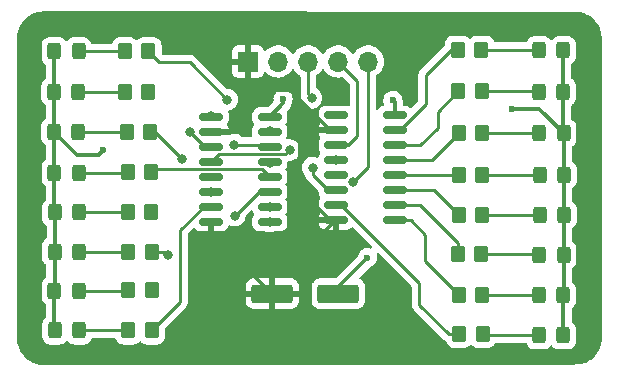
<source format=gbr>
%TF.GenerationSoftware,KiCad,Pcbnew,(6.0.4)*%
%TF.CreationDate,2022-05-29T02:27:13+01:00*%
%TF.ProjectId,16-LED Board,31362d4c-4544-4204-926f-6172642e6b69,V1.0*%
%TF.SameCoordinates,Original*%
%TF.FileFunction,Copper,L1,Top*%
%TF.FilePolarity,Positive*%
%FSLAX46Y46*%
G04 Gerber Fmt 4.6, Leading zero omitted, Abs format (unit mm)*
G04 Created by KiCad (PCBNEW (6.0.4)) date 2022-05-29 02:27:13*
%MOMM*%
%LPD*%
G01*
G04 APERTURE LIST*
G04 Aperture macros list*
%AMRoundRect*
0 Rectangle with rounded corners*
0 $1 Rounding radius*
0 $2 $3 $4 $5 $6 $7 $8 $9 X,Y pos of 4 corners*
0 Add a 4 corners polygon primitive as box body*
4,1,4,$2,$3,$4,$5,$6,$7,$8,$9,$2,$3,0*
0 Add four circle primitives for the rounded corners*
1,1,$1+$1,$2,$3*
1,1,$1+$1,$4,$5*
1,1,$1+$1,$6,$7*
1,1,$1+$1,$8,$9*
0 Add four rect primitives between the rounded corners*
20,1,$1+$1,$2,$3,$4,$5,0*
20,1,$1+$1,$4,$5,$6,$7,0*
20,1,$1+$1,$6,$7,$8,$9,0*
20,1,$1+$1,$8,$9,$2,$3,0*%
G04 Aperture macros list end*
%TA.AperFunction,SMDPad,CuDef*%
%ADD10RoundRect,0.250000X-0.350000X-0.450000X0.350000X-0.450000X0.350000X0.450000X-0.350000X0.450000X0*%
%TD*%
%TA.AperFunction,SMDPad,CuDef*%
%ADD11RoundRect,0.250000X0.325000X0.450000X-0.325000X0.450000X-0.325000X-0.450000X0.325000X-0.450000X0*%
%TD*%
%TA.AperFunction,ComponentPad*%
%ADD12R,1.700000X1.700000*%
%TD*%
%TA.AperFunction,ComponentPad*%
%ADD13O,1.700000X1.700000*%
%TD*%
%TA.AperFunction,SMDPad,CuDef*%
%ADD14RoundRect,0.250000X-0.325000X-0.450000X0.325000X-0.450000X0.325000X0.450000X-0.325000X0.450000X0*%
%TD*%
%TA.AperFunction,SMDPad,CuDef*%
%ADD15RoundRect,0.150000X0.825000X0.150000X-0.825000X0.150000X-0.825000X-0.150000X0.825000X-0.150000X0*%
%TD*%
%TA.AperFunction,SMDPad,CuDef*%
%ADD16RoundRect,0.250000X0.350000X0.450000X-0.350000X0.450000X-0.350000X-0.450000X0.350000X-0.450000X0*%
%TD*%
%TA.AperFunction,SMDPad,CuDef*%
%ADD17RoundRect,0.250000X-1.500000X-0.550000X1.500000X-0.550000X1.500000X0.550000X-1.500000X0.550000X0*%
%TD*%
%TA.AperFunction,ViaPad*%
%ADD18C,0.800000*%
%TD*%
%TA.AperFunction,ViaPad*%
%ADD19C,0.600000*%
%TD*%
%TA.AperFunction,Conductor*%
%ADD20C,0.250000*%
%TD*%
%TA.AperFunction,Conductor*%
%ADD21C,0.380000*%
%TD*%
G04 APERTURE END LIST*
D10*
%TO.P,R13,1*%
%TO.N,/LED5*%
X159578800Y-102997000D03*
%TO.P,R13,2*%
%TO.N,Net-(D13-Pad2)*%
X161578800Y-102997000D03*
%TD*%
D11*
%TO.P,D12,1,K*%
%TO.N,GND*%
X168487200Y-106400600D03*
%TO.P,D12,2,A*%
%TO.N,Net-(D12-Pad2)*%
X166437200Y-106400600D03*
%TD*%
D12*
%TO.P,J1,1,Pin_1*%
%TO.N,VCC*%
X141737000Y-93421200D03*
D13*
%TO.P,J1,2,Pin_2*%
%TO.N,GND*%
X144277000Y-93421200D03*
%TO.P,J1,3,Pin_3*%
%TO.N,/LATCH*%
X146817000Y-93421200D03*
%TO.P,J1,4,Pin_4*%
%TO.N,/CLOCK*%
X149357000Y-93421200D03*
%TO.P,J1,5,Pin_5*%
%TO.N,/DATA*%
X151897000Y-93421200D03*
%TD*%
D14*
%TO.P,D1,1,K*%
%TO.N,GND*%
X125390800Y-116179600D03*
%TO.P,D1,2,A*%
%TO.N,Net-(D1-Pad2)*%
X127440800Y-116179600D03*
%TD*%
%TO.P,D5,1,K*%
%TO.N,GND*%
X125340000Y-102819200D03*
%TO.P,D5,2,A*%
%TO.N,Net-(D5-Pad2)*%
X127390000Y-102819200D03*
%TD*%
D15*
%TO.P,U1,16,VCC*%
%TO.N,VCC*%
X138622000Y-106984800D03*
%TO.P,U1,15,QA*%
%TO.N,/LED9*%
X138622000Y-105714800D03*
%TO.P,U1,14,SER*%
%TO.N,/DATA*%
X138622000Y-104444800D03*
%TO.P,U1,13,~{OE}*%
%TO.N,unconnected-(U1-Pad13)*%
X138622000Y-103174800D03*
%TO.P,U1,12,RCLK*%
%TO.N,/LATCH*%
X138622000Y-101904800D03*
%TO.P,U1,11,SRCLK*%
%TO.N,/CLOCK*%
X138622000Y-100634800D03*
%TO.P,U1,10,~{SRCLR}*%
%TO.N,VCC*%
X138622000Y-99364800D03*
%TO.P,U1,9,QH'*%
%TO.N,/DATA_S*%
X138622000Y-98094800D03*
%TO.P,U1,8,GND*%
%TO.N,GND*%
X143572000Y-98094800D03*
%TO.P,U1,7,QH*%
%TO.N,/LED16*%
X143572000Y-99364800D03*
%TO.P,U1,6,QG*%
%TO.N,/LED15*%
X143572000Y-100634800D03*
%TO.P,U1,5,QF*%
%TO.N,/LED14*%
X143572000Y-101904800D03*
%TO.P,U1,4,QE*%
%TO.N,/LED13*%
X143572000Y-103174800D03*
%TO.P,U1,3,QD*%
%TO.N,/LED12*%
X143572000Y-104444800D03*
%TO.P,U1,2,QC*%
%TO.N,/LED11*%
X143572000Y-105714800D03*
%TO.P,U1,1,QB*%
%TO.N,/LED10*%
X143572000Y-106984800D03*
%TD*%
D16*
%TO.P,R7,1*%
%TO.N,/LED15*%
X133308600Y-95986600D03*
%TO.P,R7,2*%
%TO.N,Net-(R7-Pad2)*%
X131308600Y-95986600D03*
%TD*%
%TO.P,R6,1*%
%TO.N,/LED14*%
X133461000Y-99390200D03*
%TO.P,R6,2*%
%TO.N,Net-(R6-Pad2)*%
X131461000Y-99390200D03*
%TD*%
D11*
%TO.P,D10,1,K*%
%TO.N,GND*%
X168436400Y-113207800D03*
%TO.P,D10,2,A*%
%TO.N,Net-(R10-Pad2)*%
X166386400Y-113207800D03*
%TD*%
D16*
%TO.P,R5,1*%
%TO.N,/LED13*%
X133537200Y-102768400D03*
%TO.P,R5,2*%
%TO.N,Net-(D5-Pad2)*%
X131537200Y-102768400D03*
%TD*%
D17*
%TO.P,C1,1*%
%TO.N,VCC*%
X143783400Y-113080800D03*
%TO.P,C1,2*%
%TO.N,GND*%
X149383400Y-113080800D03*
%TD*%
D11*
%TO.P,D16,1,K*%
%TO.N,GND*%
X168411000Y-92481400D03*
%TO.P,D16,2,A*%
%TO.N,Net-(R16-Pad2)*%
X166361000Y-92481400D03*
%TD*%
D10*
%TO.P,R11,1*%
%TO.N,/LED3*%
X159502600Y-109728000D03*
%TO.P,R11,2*%
%TO.N,Net-(D11-Pad2)*%
X161502600Y-109728000D03*
%TD*%
D11*
%TO.P,D15,1,K*%
%TO.N,GND*%
X168411000Y-95986600D03*
%TO.P,D15,2,A*%
%TO.N,Net-(R15-Pad2)*%
X166361000Y-95986600D03*
%TD*%
%TO.P,D9,1,K*%
%TO.N,GND*%
X168436400Y-116586000D03*
%TO.P,D9,2,A*%
%TO.N,Net-(D9-Pad2)*%
X166386400Y-116586000D03*
%TD*%
D14*
%TO.P,D4,1,K*%
%TO.N,GND*%
X125390800Y-106197400D03*
%TO.P,D4,2,A*%
%TO.N,Net-(D4-Pad2)*%
X127440800Y-106197400D03*
%TD*%
D11*
%TO.P,D14,1,K*%
%TO.N,GND*%
X168461800Y-99491800D03*
%TO.P,D14,2,A*%
%TO.N,Net-(R14-Pad2)*%
X166411800Y-99491800D03*
%TD*%
D16*
%TO.P,R8,1*%
%TO.N,/LED16*%
X133308600Y-92557600D03*
%TO.P,R8,2*%
%TO.N,Net-(R8-Pad2)*%
X131308600Y-92557600D03*
%TD*%
%TO.P,R2,1*%
%TO.N,/LED10*%
X133613400Y-112801400D03*
%TO.P,R2,2*%
%TO.N,Net-(D2-Pad2)*%
X131613400Y-112801400D03*
%TD*%
D14*
%TO.P,D2,2,A*%
%TO.N,Net-(D2-Pad2)*%
X127390000Y-112826800D03*
%TO.P,D2,1,K*%
%TO.N,GND*%
X125340000Y-112826800D03*
%TD*%
D10*
%TO.P,R9,1*%
%TO.N,/LED1*%
X159629600Y-116484400D03*
%TO.P,R9,2*%
%TO.N,Net-(D9-Pad2)*%
X161629600Y-116484400D03*
%TD*%
%TO.P,R10,1*%
%TO.N,/LED2*%
X159578800Y-113157000D03*
%TO.P,R10,2*%
%TO.N,Net-(R10-Pad2)*%
X161578800Y-113157000D03*
%TD*%
D16*
%TO.P,R1,1*%
%TO.N,/LED9*%
X133613400Y-116179600D03*
%TO.P,R1,2*%
%TO.N,Net-(D1-Pad2)*%
X131613400Y-116179600D03*
%TD*%
D10*
%TO.P,R12,1*%
%TO.N,/LED4*%
X159578800Y-106375200D03*
%TO.P,R12,2*%
%TO.N,Net-(D12-Pad2)*%
X161578800Y-106375200D03*
%TD*%
D14*
%TO.P,D7,1,K*%
%TO.N,GND*%
X125314600Y-95986600D03*
%TO.P,D7,2,A*%
%TO.N,Net-(R7-Pad2)*%
X127364600Y-95986600D03*
%TD*%
D16*
%TO.P,R3,1*%
%TO.N,/LED11*%
X133588000Y-109524800D03*
%TO.P,R3,2*%
%TO.N,Net-(R3-Pad2)*%
X131588000Y-109524800D03*
%TD*%
D10*
%TO.P,R16,1*%
%TO.N,/LED8*%
X159502600Y-92430600D03*
%TO.P,R16,2*%
%TO.N,Net-(R16-Pad2)*%
X161502600Y-92430600D03*
%TD*%
D14*
%TO.P,D3,1,K*%
%TO.N,GND*%
X125365400Y-109524800D03*
%TO.P,D3,2,A*%
%TO.N,Net-(R3-Pad2)*%
X127415400Y-109524800D03*
%TD*%
D10*
%TO.P,R14,1*%
%TO.N,/LED6*%
X159578800Y-99491800D03*
%TO.P,R14,2*%
%TO.N,Net-(R14-Pad2)*%
X161578800Y-99491800D03*
%TD*%
D14*
%TO.P,D6,1,K*%
%TO.N,GND*%
X125314600Y-99364800D03*
%TO.P,D6,2,A*%
%TO.N,Net-(R6-Pad2)*%
X127364600Y-99364800D03*
%TD*%
D16*
%TO.P,R4,1*%
%TO.N,/LED12*%
X133562600Y-106197400D03*
%TO.P,R4,2*%
%TO.N,Net-(D4-Pad2)*%
X131562600Y-106197400D03*
%TD*%
D14*
%TO.P,D8,1,K*%
%TO.N,GND*%
X125340000Y-92557600D03*
%TO.P,D8,2,A*%
%TO.N,Net-(R8-Pad2)*%
X127390000Y-92557600D03*
%TD*%
D10*
%TO.P,R15,1*%
%TO.N,/LED7*%
X159528000Y-95935800D03*
%TO.P,R15,2*%
%TO.N,Net-(R15-Pad2)*%
X161528000Y-95935800D03*
%TD*%
D11*
%TO.P,D11,1,K*%
%TO.N,GND*%
X168461800Y-109778800D03*
%TO.P,D11,2,A*%
%TO.N,Net-(D11-Pad2)*%
X166411800Y-109778800D03*
%TD*%
%TO.P,D13,1,K*%
%TO.N,GND*%
X168487200Y-102997000D03*
%TO.P,D13,2,A*%
%TO.N,Net-(D13-Pad2)*%
X166437200Y-102997000D03*
%TD*%
D15*
%TO.P,U2,1,QB*%
%TO.N,/LED2*%
X154138400Y-106857800D03*
%TO.P,U2,2,QC*%
%TO.N,/LED3*%
X154138400Y-105587800D03*
%TO.P,U2,3,QD*%
%TO.N,/LED4*%
X154138400Y-104317800D03*
%TO.P,U2,4,QE*%
%TO.N,/LED5*%
X154138400Y-103047800D03*
%TO.P,U2,5,QF*%
%TO.N,/LED6*%
X154138400Y-101777800D03*
%TO.P,U2,6,QG*%
%TO.N,/LED7*%
X154138400Y-100507800D03*
%TO.P,U2,7,QH*%
%TO.N,/LED8*%
X154138400Y-99237800D03*
%TO.P,U2,8,GND*%
%TO.N,GND*%
X154138400Y-97967800D03*
%TO.P,U2,9,QH'*%
%TO.N,unconnected-(U2-Pad9)*%
X149188400Y-97967800D03*
%TO.P,U2,10,~{SRCLR}*%
%TO.N,VCC*%
X149188400Y-99237800D03*
%TO.P,U2,11,SRCLK*%
%TO.N,/CLOCK*%
X149188400Y-100507800D03*
%TO.P,U2,12,RCLK*%
%TO.N,/LATCH*%
X149188400Y-101777800D03*
%TO.P,U2,13,~{OE}*%
%TO.N,unconnected-(U2-Pad13)*%
X149188400Y-103047800D03*
%TO.P,U2,14,SER*%
%TO.N,/DATA_S*%
X149188400Y-104317800D03*
%TO.P,U2,15,QA*%
%TO.N,/LED1*%
X149188400Y-105587800D03*
%TO.P,U2,16,VCC*%
%TO.N,VCC*%
X149188400Y-106857800D03*
%TD*%
D18*
%TO.N,/DATA_S*%
X138607800Y-98069400D03*
X147218400Y-102412800D03*
%TO.N,/LED15*%
X140563600Y-100457000D03*
X133324600Y-95986600D03*
%TO.N,/LED14*%
X136169400Y-101701600D03*
X143572000Y-102004780D03*
%TO.N,/CLOCK*%
X136843100Y-99390200D03*
%TO.N,/LATCH*%
X145265747Y-100914200D03*
%TO.N,/LED12*%
X140614400Y-106476800D03*
X133562600Y-106197400D03*
%TO.N,/LED10*%
X143572000Y-106984800D03*
X133654800Y-112801400D03*
%TO.N,/LED11*%
X143572000Y-105714800D03*
X134924800Y-109829600D03*
D19*
%TO.N,GND*%
X129489200Y-100888800D03*
D18*
%TO.N,/LED16*%
X143637000Y-99288600D03*
X139954000Y-96647000D03*
%TO.N,/DATA*%
X138622000Y-104444800D03*
X150627138Y-103628006D03*
%TO.N,/LATCH*%
X149188400Y-101777800D03*
X147116800Y-96494600D03*
D19*
%TO.N,GND*%
X154000200Y-96697800D03*
X151841200Y-110032800D03*
X164058600Y-97409000D03*
X144703800Y-96596200D03*
%TD*%
D20*
%TO.N,/DATA_S*%
X138622000Y-98083600D02*
X138607800Y-98069400D01*
X138622000Y-98094800D02*
X138622000Y-98083600D01*
%TO.N,/CLOCK*%
X150215600Y-100507800D02*
X149188400Y-100507800D01*
X151003000Y-99720400D02*
X150215600Y-100507800D01*
X151003000Y-95067200D02*
X151003000Y-99720400D01*
X149357000Y-93421200D02*
X151003000Y-95067200D01*
%TO.N,/DATA*%
X151897000Y-102358144D02*
X151897000Y-93421200D01*
%TO.N,/LED15*%
X143394200Y-100457000D02*
X143572000Y-100634800D01*
X140563600Y-100457000D02*
X143394200Y-100457000D01*
X133308600Y-95986600D02*
X133324600Y-95986600D01*
%TO.N,/LED14*%
X133858000Y-99390200D02*
X136169400Y-101701600D01*
X133461000Y-99390200D02*
X133858000Y-99390200D01*
%TO.N,/DATA_S*%
X147218400Y-102412800D02*
X147218400Y-103022400D01*
X147218400Y-103022400D02*
X148259800Y-104063800D01*
%TO.N,/CLOCK*%
X136829800Y-99390200D02*
X136843100Y-99390200D01*
X138074400Y-100634800D02*
X136829800Y-99390200D01*
X138622000Y-100634800D02*
X138074400Y-100634800D01*
%TO.N,/LATCH*%
X144899667Y-101280280D02*
X145265747Y-100914200D01*
X139246520Y-101280280D02*
X144899667Y-101280280D01*
X138622000Y-101904800D02*
X139246520Y-101280280D01*
D21*
%TO.N,VCC*%
X138622000Y-107919400D02*
X143783400Y-113080800D01*
X138622000Y-106984800D02*
X138622000Y-107919400D01*
D20*
%TO.N,/LED12*%
X142646400Y-104444800D02*
X140614400Y-106476800D01*
X143572000Y-104444800D02*
X142646400Y-104444800D01*
%TO.N,/LED13*%
X142947480Y-102550280D02*
X143572000Y-103174800D01*
X133755320Y-102550280D02*
X142947480Y-102550280D01*
X133537200Y-102768400D02*
X133755320Y-102550280D01*
%TO.N,/LED10*%
X133613400Y-112801400D02*
X133654800Y-112801400D01*
%TO.N,/LED11*%
X134620000Y-109524800D02*
X134924800Y-109829600D01*
X133588000Y-109524800D02*
X134620000Y-109524800D01*
%TO.N,/LED9*%
X135991600Y-107721400D02*
X137998200Y-105714800D01*
X137998200Y-105714800D02*
X138622000Y-105714800D01*
X135991600Y-113801400D02*
X135991600Y-107721400D01*
X133613400Y-116179600D02*
X135991600Y-113801400D01*
%TO.N,Net-(D1-Pad2)*%
X127440800Y-116179600D02*
X131613400Y-116179600D01*
%TO.N,Net-(D2-Pad2)*%
X131588000Y-112826800D02*
X131613400Y-112801400D01*
X127390000Y-112826800D02*
X131588000Y-112826800D01*
%TO.N,Net-(R3-Pad2)*%
X127415400Y-109524800D02*
X131588000Y-109524800D01*
%TO.N,Net-(D4-Pad2)*%
X127440800Y-106197400D02*
X131562600Y-106197400D01*
%TO.N,Net-(D5-Pad2)*%
X131486400Y-102819200D02*
X131537200Y-102768400D01*
X127390000Y-102819200D02*
X131486400Y-102819200D01*
%TO.N,Net-(R6-Pad2)*%
X131435600Y-99364800D02*
X131461000Y-99390200D01*
X127364600Y-99364800D02*
X131435600Y-99364800D01*
%TO.N,Net-(R7-Pad2)*%
X127364600Y-95986600D02*
X131308600Y-95986600D01*
%TO.N,Net-(R8-Pad2)*%
X127390000Y-92557600D02*
X131308600Y-92557600D01*
D21*
%TO.N,GND*%
X127245000Y-101295200D02*
X129082800Y-101295200D01*
X129082800Y-101295200D02*
X129489200Y-100888800D01*
X125314600Y-99364800D02*
X127245000Y-101295200D01*
X125340000Y-116128800D02*
X125390800Y-116179600D01*
X125340000Y-112826800D02*
X125340000Y-116128800D01*
X125365400Y-112801400D02*
X125340000Y-112826800D01*
X125365400Y-109524800D02*
X125365400Y-112801400D01*
X125390800Y-109499400D02*
X125365400Y-109524800D01*
X125390800Y-106197400D02*
X125390800Y-109499400D01*
X125340000Y-106146600D02*
X125390800Y-106197400D01*
X125340000Y-102819200D02*
X125340000Y-106146600D01*
X125314600Y-102793800D02*
X125340000Y-102819200D01*
X125314600Y-99364800D02*
X125314600Y-102793800D01*
X125314600Y-95986600D02*
X125314600Y-99364800D01*
X125340000Y-95961200D02*
X125314600Y-95986600D01*
X125340000Y-92557600D02*
X125340000Y-95961200D01*
D20*
%TO.N,/LED16*%
X136789120Y-93482120D02*
X139954000Y-96647000D01*
X134233120Y-93482120D02*
X136789120Y-93482120D01*
X133308600Y-92557600D02*
X134233120Y-93482120D01*
%TO.N,/DATA*%
X151897000Y-102358144D02*
X150627138Y-103628006D01*
D21*
%TO.N,VCC*%
X143783400Y-110292800D02*
X143783400Y-113080800D01*
X147613600Y-108432600D02*
X145643600Y-108432600D01*
X145643600Y-108432600D02*
X143783400Y-110292800D01*
X149188400Y-106857800D02*
X147613600Y-108432600D01*
X146105247Y-104313354D02*
X146105247Y-96693353D01*
X149188400Y-106857800D02*
X148649693Y-106857800D01*
X146105247Y-96693353D02*
X145251093Y-95839200D01*
X148649693Y-106857800D02*
X146105247Y-104313354D01*
X148649693Y-99237800D02*
X146105247Y-96693353D01*
D20*
%TO.N,/LATCH*%
X146817000Y-96194800D02*
X147116800Y-96494600D01*
X146817000Y-93421200D02*
X146817000Y-96194800D01*
D21*
%TO.N,VCC*%
X145251093Y-95839200D02*
X141737000Y-95839200D01*
X149188400Y-99237800D02*
X148649693Y-99237800D01*
X141737000Y-95839200D02*
X141737000Y-98547000D01*
X141737000Y-93421200D02*
X141737000Y-95839200D01*
%TO.N,GND*%
X154138400Y-96836000D02*
X154000200Y-96697800D01*
X154138400Y-97967800D02*
X154138400Y-96836000D01*
X149383400Y-112490600D02*
X151841200Y-110032800D01*
X149383400Y-113080800D02*
X149383400Y-112490600D01*
X168461800Y-99491800D02*
X166379000Y-97409000D01*
X166379000Y-97409000D02*
X164058600Y-97409000D01*
X168436400Y-113207800D02*
X168436400Y-116586000D01*
X168461800Y-113182400D02*
X168436400Y-113207800D01*
X168461800Y-109778800D02*
X168461800Y-113182400D01*
X168487200Y-106400600D02*
X168487200Y-109753400D01*
X168487200Y-109753400D02*
X168461800Y-109778800D01*
X168487200Y-102997000D02*
X168487200Y-106400600D01*
X168461800Y-102971600D02*
X168487200Y-102997000D01*
X168461800Y-99491800D02*
X168461800Y-102971600D01*
X168411000Y-95986600D02*
X168411000Y-99441000D01*
X168411000Y-99441000D02*
X168461800Y-99491800D01*
X168411000Y-92481400D02*
X168411000Y-95986600D01*
D20*
%TO.N,/LED1*%
X156235400Y-113995200D02*
X158724600Y-116484400D01*
X156235400Y-112188017D02*
X156235400Y-113995200D01*
X158724600Y-116484400D02*
X159629600Y-116484400D01*
X149635183Y-105587800D02*
X156235400Y-112188017D01*
X149188400Y-105587800D02*
X149635183Y-105587800D01*
%TO.N,Net-(D9-Pad2)*%
X166386400Y-116586000D02*
X161731200Y-116586000D01*
X161731200Y-116586000D02*
X161629600Y-116484400D01*
%TO.N,Net-(R10-Pad2)*%
X166335600Y-113157000D02*
X166386400Y-113207800D01*
X161578800Y-113157000D02*
X166335600Y-113157000D01*
%TO.N,Net-(D11-Pad2)*%
X161502600Y-109728000D02*
X166361000Y-109728000D01*
X166361000Y-109728000D02*
X166411800Y-109778800D01*
%TO.N,Net-(D12-Pad2)*%
X166411800Y-106375200D02*
X166437200Y-106400600D01*
X161578800Y-106375200D02*
X166411800Y-106375200D01*
%TO.N,Net-(D13-Pad2)*%
X161578800Y-102997000D02*
X166437200Y-102997000D01*
%TO.N,Net-(R14-Pad2)*%
X161578800Y-99491800D02*
X166411800Y-99491800D01*
%TO.N,Net-(R15-Pad2)*%
X166310200Y-95935800D02*
X166361000Y-95986600D01*
X161528000Y-95935800D02*
X166310200Y-95935800D01*
%TO.N,Net-(R16-Pad2)*%
X166310200Y-92430600D02*
X166361000Y-92481400D01*
X161502600Y-92430600D02*
X166310200Y-92430600D01*
%TO.N,/LED2*%
X156718000Y-110296200D02*
X159578800Y-113157000D01*
X155498800Y-106857800D02*
X156718000Y-108077000D01*
X156718000Y-108077000D02*
X156718000Y-110296200D01*
X154138400Y-106857800D02*
X155498800Y-106857800D01*
%TO.N,/LED3*%
X156260800Y-105587800D02*
X159502600Y-108829600D01*
X159502600Y-108829600D02*
X159502600Y-109728000D01*
X154138400Y-105587800D02*
X156260800Y-105587800D01*
%TO.N,/LED4*%
X157521400Y-104317800D02*
X159578800Y-106375200D01*
X154138400Y-104317800D02*
X157521400Y-104317800D01*
%TO.N,/LED5*%
X159528000Y-103047800D02*
X159578800Y-102997000D01*
X154138400Y-103047800D02*
X159528000Y-103047800D01*
%TO.N,/LED6*%
X157292800Y-101777800D02*
X159578800Y-99491800D01*
X154138400Y-101777800D02*
X157292800Y-101777800D01*
%TO.N,/LED7*%
X157784800Y-97679000D02*
X159528000Y-95935800D01*
X156286200Y-100507800D02*
X157784800Y-99009200D01*
X157784800Y-99009200D02*
X157784800Y-97679000D01*
X154138400Y-100507800D02*
X156286200Y-100507800D01*
%TO.N,/LED8*%
X158953200Y-92430600D02*
X159502600Y-92430600D01*
X156794200Y-94589600D02*
X158953200Y-92430600D01*
X156794200Y-97028783D02*
X156794200Y-94589600D01*
X154585183Y-99237800D02*
X156794200Y-97028783D01*
X154138400Y-99237800D02*
X154585183Y-99237800D01*
D21*
%TO.N,GND*%
X144703800Y-96596200D02*
X144703800Y-96963000D01*
X144703800Y-96963000D02*
X143572000Y-98094800D01*
%TO.N,VCC*%
X140919200Y-99364800D02*
X138622000Y-99364800D01*
X141737000Y-98547000D02*
X140919200Y-99364800D01*
%TD*%
%TA.AperFunction,Conductor*%
%TO.N,VCC*%
G36*
X169393928Y-89205273D02*
G01*
X169413240Y-89206773D01*
X169428247Y-89209109D01*
X169428249Y-89209109D01*
X169437124Y-89210491D01*
X169454323Y-89208242D01*
X169478262Y-89207409D01*
X169705155Y-89221133D01*
X169720260Y-89222967D01*
X169970701Y-89268862D01*
X169985474Y-89272503D01*
X170228567Y-89348254D01*
X170242785Y-89353646D01*
X170474965Y-89458142D01*
X170488437Y-89465212D01*
X170678611Y-89580177D01*
X170706330Y-89596934D01*
X170718852Y-89605577D01*
X170919286Y-89762607D01*
X170930674Y-89772697D01*
X171110703Y-89952726D01*
X171120793Y-89964114D01*
X171262623Y-90145146D01*
X171277823Y-90164548D01*
X171286466Y-90177070D01*
X171418187Y-90394962D01*
X171425257Y-90408433D01*
X171521450Y-90622164D01*
X171529752Y-90640611D01*
X171535148Y-90654838D01*
X171610897Y-90897926D01*
X171614538Y-90912699D01*
X171660433Y-91163140D01*
X171662267Y-91178244D01*
X171674913Y-91387304D01*
X171675554Y-91397904D01*
X171674292Y-91424707D01*
X171674290Y-91424853D01*
X171672909Y-91433724D01*
X171674073Y-91442626D01*
X171674073Y-91442631D01*
X171677062Y-91465486D01*
X171678126Y-91481742D01*
X171684985Y-102325227D01*
X171694127Y-116778908D01*
X171694134Y-116790755D01*
X171692633Y-116810223D01*
X171690355Y-116824848D01*
X171690355Y-116824856D01*
X171688974Y-116833724D01*
X171691223Y-116850919D01*
X171692056Y-116874862D01*
X171678332Y-117101753D01*
X171676498Y-117116858D01*
X171630810Y-117366171D01*
X171630604Y-117367294D01*
X171626964Y-117382062D01*
X171552167Y-117622094D01*
X171551212Y-117625158D01*
X171545817Y-117639381D01*
X171526669Y-117681926D01*
X171441323Y-117871556D01*
X171434252Y-117885029D01*
X171302531Y-118102918D01*
X171293888Y-118115440D01*
X171136862Y-118315868D01*
X171126772Y-118327257D01*
X170946737Y-118507290D01*
X170935348Y-118517380D01*
X170734919Y-118674403D01*
X170722397Y-118683046D01*
X170504505Y-118814764D01*
X170491032Y-118821835D01*
X170258850Y-118926329D01*
X170244623Y-118931724D01*
X170163032Y-118957148D01*
X170001540Y-119007469D01*
X169986773Y-119011108D01*
X169752461Y-119054045D01*
X169736331Y-119057001D01*
X169721226Y-119058835D01*
X169704360Y-119059855D01*
X169501403Y-119072129D01*
X169475263Y-119070898D01*
X169474618Y-119070890D01*
X169465748Y-119069509D01*
X169456845Y-119070673D01*
X169456842Y-119070673D01*
X169433997Y-119073660D01*
X169417737Y-119074724D01*
X149189503Y-119086129D01*
X124458460Y-119100072D01*
X124439006Y-119098572D01*
X124424352Y-119096291D01*
X124415476Y-119094909D01*
X124398277Y-119097158D01*
X124374338Y-119097991D01*
X124147445Y-119084267D01*
X124132340Y-119082433D01*
X123881899Y-119036538D01*
X123867126Y-119032897D01*
X123797206Y-119011109D01*
X123624033Y-118957146D01*
X123609815Y-118951754D01*
X123377633Y-118847257D01*
X123364162Y-118840187D01*
X123322108Y-118814764D01*
X123146269Y-118708465D01*
X123133748Y-118699823D01*
X122933314Y-118542793D01*
X122921926Y-118532703D01*
X122741897Y-118352674D01*
X122731807Y-118341286D01*
X122574777Y-118140852D01*
X122566134Y-118128330D01*
X122434413Y-117910438D01*
X122427342Y-117896965D01*
X122415930Y-117871609D01*
X122322846Y-117664785D01*
X122317452Y-117650562D01*
X122311087Y-117630134D01*
X122243712Y-117413921D01*
X122241703Y-117407474D01*
X122238062Y-117392701D01*
X122192167Y-117142260D01*
X122190333Y-117127156D01*
X122183892Y-117020675D01*
X122177268Y-116911163D01*
X122178521Y-116887616D01*
X122178334Y-116887599D01*
X122178769Y-116882750D01*
X122179576Y-116877952D01*
X122179729Y-116865400D01*
X122175818Y-116838091D01*
X122174545Y-116820103D01*
X122191466Y-99865200D01*
X124231100Y-99865200D01*
X124231437Y-99868446D01*
X124231437Y-99868450D01*
X124240710Y-99957817D01*
X124242074Y-99970966D01*
X124244255Y-99977502D01*
X124244255Y-99977504D01*
X124260317Y-100025648D01*
X124298050Y-100138746D01*
X124391122Y-100289148D01*
X124516297Y-100414105D01*
X124522529Y-100417947D01*
X124522531Y-100417948D01*
X124556217Y-100438713D01*
X124603710Y-100491485D01*
X124616100Y-100545972D01*
X124616100Y-101653831D01*
X124596098Y-101721952D01*
X124556403Y-101760975D01*
X124540652Y-101770722D01*
X124415695Y-101895897D01*
X124411855Y-101902127D01*
X124411854Y-101902128D01*
X124329788Y-102035264D01*
X124322885Y-102046462D01*
X124311785Y-102079928D01*
X124272223Y-102199205D01*
X124267203Y-102214339D01*
X124266503Y-102221175D01*
X124266502Y-102221178D01*
X124263733Y-102248209D01*
X124256500Y-102318800D01*
X124256500Y-103319600D01*
X124256837Y-103322846D01*
X124256837Y-103322850D01*
X124265562Y-103406935D01*
X124267474Y-103425366D01*
X124269655Y-103431902D01*
X124269655Y-103431904D01*
X124292573Y-103500598D01*
X124323450Y-103593146D01*
X124416522Y-103743548D01*
X124541697Y-103868505D01*
X124547928Y-103872346D01*
X124547931Y-103872348D01*
X124581617Y-103893113D01*
X124629110Y-103945885D01*
X124641500Y-104000372D01*
X124641500Y-105049425D01*
X124621498Y-105117546D01*
X124595165Y-105146625D01*
X124591452Y-105148922D01*
X124466495Y-105274097D01*
X124462655Y-105280327D01*
X124462654Y-105280328D01*
X124380588Y-105413464D01*
X124373685Y-105424662D01*
X124356227Y-105477297D01*
X124325588Y-105569672D01*
X124318003Y-105592539D01*
X124317303Y-105599375D01*
X124317302Y-105599378D01*
X124314384Y-105627862D01*
X124307300Y-105697000D01*
X124307300Y-106697800D01*
X124307637Y-106701046D01*
X124307637Y-106701050D01*
X124314615Y-106768298D01*
X124318274Y-106803566D01*
X124320455Y-106810102D01*
X124320455Y-106810104D01*
X124349707Y-106897783D01*
X124374250Y-106971346D01*
X124467322Y-107121748D01*
X124592497Y-107246705D01*
X124598728Y-107250546D01*
X124598731Y-107250548D01*
X124632417Y-107271313D01*
X124679910Y-107324085D01*
X124692300Y-107378572D01*
X124692300Y-108327995D01*
X124672298Y-108396116D01*
X124632604Y-108435138D01*
X124566052Y-108476322D01*
X124441095Y-108601497D01*
X124437255Y-108607727D01*
X124437254Y-108607728D01*
X124358492Y-108735504D01*
X124348285Y-108752062D01*
X124330827Y-108804697D01*
X124295363Y-108911619D01*
X124292603Y-108919939D01*
X124291903Y-108926775D01*
X124291902Y-108926778D01*
X124288984Y-108955262D01*
X124281900Y-109024400D01*
X124281900Y-110025200D01*
X124282237Y-110028446D01*
X124282237Y-110028450D01*
X124285453Y-110059439D01*
X124292874Y-110130966D01*
X124295055Y-110137502D01*
X124295055Y-110137504D01*
X124311326Y-110186273D01*
X124348850Y-110298746D01*
X124441922Y-110449148D01*
X124567097Y-110574105D01*
X124573328Y-110577946D01*
X124573331Y-110577948D01*
X124607017Y-110598713D01*
X124654510Y-110651485D01*
X124666900Y-110705972D01*
X124666900Y-111629995D01*
X124646898Y-111698116D01*
X124607204Y-111737138D01*
X124540652Y-111778322D01*
X124415695Y-111903497D01*
X124411855Y-111909727D01*
X124411854Y-111909728D01*
X124335004Y-112034402D01*
X124322885Y-112054062D01*
X124314942Y-112078009D01*
X124269502Y-112215009D01*
X124267203Y-112221939D01*
X124266503Y-112228775D01*
X124266502Y-112228778D01*
X124264522Y-112248108D01*
X124256500Y-112326400D01*
X124256500Y-113327200D01*
X124256837Y-113330446D01*
X124256837Y-113330450D01*
X124263994Y-113399422D01*
X124267474Y-113432966D01*
X124269655Y-113439502D01*
X124269655Y-113439504D01*
X124312255Y-113567191D01*
X124323450Y-113600746D01*
X124416522Y-113751148D01*
X124541697Y-113876105D01*
X124547928Y-113879946D01*
X124547931Y-113879948D01*
X124581617Y-113900713D01*
X124629110Y-113953485D01*
X124641500Y-114007972D01*
X124641500Y-115031625D01*
X124621498Y-115099746D01*
X124595165Y-115128825D01*
X124591452Y-115131122D01*
X124466495Y-115256297D01*
X124462655Y-115262527D01*
X124462654Y-115262528D01*
X124385020Y-115388474D01*
X124373685Y-115406862D01*
X124359939Y-115448306D01*
X124320809Y-115566280D01*
X124318003Y-115574739D01*
X124307300Y-115679200D01*
X124307300Y-116680000D01*
X124318274Y-116785766D01*
X124320455Y-116792302D01*
X124320455Y-116792304D01*
X124347408Y-116873090D01*
X124374250Y-116953546D01*
X124467322Y-117103948D01*
X124592497Y-117228905D01*
X124598727Y-117232745D01*
X124598728Y-117232746D01*
X124735890Y-117317294D01*
X124743062Y-117321715D01*
X124782485Y-117334791D01*
X124904411Y-117375232D01*
X124904413Y-117375232D01*
X124910939Y-117377397D01*
X124917775Y-117378097D01*
X124917778Y-117378098D01*
X124956528Y-117382068D01*
X125015400Y-117388100D01*
X125766200Y-117388100D01*
X125769446Y-117387763D01*
X125769450Y-117387763D01*
X125865108Y-117377838D01*
X125865112Y-117377837D01*
X125871966Y-117377126D01*
X125878502Y-117374945D01*
X125878504Y-117374945D01*
X126026782Y-117325475D01*
X126039746Y-117321150D01*
X126190148Y-117228078D01*
X126315105Y-117102903D01*
X126317706Y-117098684D01*
X126374830Y-117058183D01*
X126445753Y-117054951D01*
X126507165Y-117090576D01*
X126513722Y-117098130D01*
X126517322Y-117103948D01*
X126642497Y-117228905D01*
X126648727Y-117232745D01*
X126648728Y-117232746D01*
X126785890Y-117317294D01*
X126793062Y-117321715D01*
X126832485Y-117334791D01*
X126954411Y-117375232D01*
X126954413Y-117375232D01*
X126960939Y-117377397D01*
X126967775Y-117378097D01*
X126967778Y-117378098D01*
X127006528Y-117382068D01*
X127065400Y-117388100D01*
X127816200Y-117388100D01*
X127819446Y-117387763D01*
X127819450Y-117387763D01*
X127915108Y-117377838D01*
X127915112Y-117377837D01*
X127921966Y-117377126D01*
X127928502Y-117374945D01*
X127928504Y-117374945D01*
X128076782Y-117325475D01*
X128089746Y-117321150D01*
X128240148Y-117228078D01*
X128365105Y-117102903D01*
X128368946Y-117096672D01*
X128454075Y-116958568D01*
X128454076Y-116958566D01*
X128457915Y-116952338D01*
X128475463Y-116899432D01*
X128515894Y-116841073D01*
X128581458Y-116813836D01*
X128595056Y-116813100D01*
X130434203Y-116813100D01*
X130502324Y-116833102D01*
X130548817Y-116886758D01*
X130553726Y-116899223D01*
X130566683Y-116938058D01*
X130571850Y-116953546D01*
X130575701Y-116959770D01*
X130575702Y-116959771D01*
X130610203Y-117015523D01*
X130664922Y-117103948D01*
X130790097Y-117228905D01*
X130796327Y-117232745D01*
X130796328Y-117232746D01*
X130933490Y-117317294D01*
X130940662Y-117321715D01*
X130980085Y-117334791D01*
X131102011Y-117375232D01*
X131102013Y-117375232D01*
X131108539Y-117377397D01*
X131115375Y-117378097D01*
X131115378Y-117378098D01*
X131154128Y-117382068D01*
X131213000Y-117388100D01*
X132013800Y-117388100D01*
X132017046Y-117387763D01*
X132017050Y-117387763D01*
X132112708Y-117377838D01*
X132112712Y-117377837D01*
X132119566Y-117377126D01*
X132126102Y-117374945D01*
X132126104Y-117374945D01*
X132274382Y-117325475D01*
X132287346Y-117321150D01*
X132437748Y-117228078D01*
X132524184Y-117141491D01*
X132586466Y-117107412D01*
X132657286Y-117112415D01*
X132702376Y-117141336D01*
X132790097Y-117228905D01*
X132796327Y-117232745D01*
X132796328Y-117232746D01*
X132933490Y-117317294D01*
X132940662Y-117321715D01*
X132980085Y-117334791D01*
X133102011Y-117375232D01*
X133102013Y-117375232D01*
X133108539Y-117377397D01*
X133115375Y-117378097D01*
X133115378Y-117378098D01*
X133154128Y-117382068D01*
X133213000Y-117388100D01*
X134013800Y-117388100D01*
X134017046Y-117387763D01*
X134017050Y-117387763D01*
X134112708Y-117377838D01*
X134112712Y-117377837D01*
X134119566Y-117377126D01*
X134126102Y-117374945D01*
X134126104Y-117374945D01*
X134274382Y-117325475D01*
X134287346Y-117321150D01*
X134437748Y-117228078D01*
X134562705Y-117102903D01*
X134566546Y-117096672D01*
X134651675Y-116958568D01*
X134651676Y-116958566D01*
X134655515Y-116952338D01*
X134692776Y-116840000D01*
X134709032Y-116790989D01*
X134709032Y-116790987D01*
X134711197Y-116784461D01*
X134721900Y-116680000D01*
X134721900Y-116019194D01*
X134741902Y-115951073D01*
X134758805Y-115930099D01*
X136383847Y-114305057D01*
X136392137Y-114297513D01*
X136398618Y-114293400D01*
X136445259Y-114243732D01*
X136448013Y-114240891D01*
X136467735Y-114221169D01*
X136470219Y-114217967D01*
X136477917Y-114208955D01*
X136502761Y-114182498D01*
X136508186Y-114176721D01*
X136517947Y-114158966D01*
X136528798Y-114142447D01*
X136541214Y-114126441D01*
X136544548Y-114118736D01*
X136558774Y-114085863D01*
X136563991Y-114075213D01*
X136585295Y-114036460D01*
X136588411Y-114024326D01*
X136590333Y-114016838D01*
X136596737Y-113998134D01*
X136601633Y-113986820D01*
X136601633Y-113986819D01*
X136604781Y-113979545D01*
X136606020Y-113971722D01*
X136606023Y-113971712D01*
X136611699Y-113935876D01*
X136614105Y-113924256D01*
X136623128Y-113889111D01*
X136623128Y-113889110D01*
X136625100Y-113881430D01*
X136625100Y-113861176D01*
X136626651Y-113841465D01*
X136628580Y-113829286D01*
X136629820Y-113821457D01*
X136625659Y-113777438D01*
X136625100Y-113765581D01*
X136625100Y-113677895D01*
X141525401Y-113677895D01*
X141525738Y-113684414D01*
X141535657Y-113780006D01*
X141538549Y-113793400D01*
X141589988Y-113947584D01*
X141596161Y-113960762D01*
X141681463Y-114098607D01*
X141690499Y-114110008D01*
X141805229Y-114224539D01*
X141816640Y-114233551D01*
X141954643Y-114318616D01*
X141967824Y-114324763D01*
X142122110Y-114375938D01*
X142135486Y-114378805D01*
X142229838Y-114388472D01*
X142236254Y-114388800D01*
X143511285Y-114388800D01*
X143526524Y-114384325D01*
X143527729Y-114382935D01*
X143529400Y-114375252D01*
X143529400Y-114370684D01*
X144037400Y-114370684D01*
X144041875Y-114385923D01*
X144043265Y-114387128D01*
X144050948Y-114388799D01*
X145330495Y-114388799D01*
X145337014Y-114388462D01*
X145432606Y-114378543D01*
X145446000Y-114375651D01*
X145600184Y-114324212D01*
X145613362Y-114318039D01*
X145751207Y-114232737D01*
X145762608Y-114223701D01*
X145877139Y-114108971D01*
X145886151Y-114097560D01*
X145971216Y-113959557D01*
X145977363Y-113946376D01*
X146028538Y-113792090D01*
X146031405Y-113778714D01*
X146041072Y-113684362D01*
X146041400Y-113677946D01*
X146041400Y-113352915D01*
X146036925Y-113337676D01*
X146035535Y-113336471D01*
X146027852Y-113334800D01*
X144055515Y-113334800D01*
X144040276Y-113339275D01*
X144039071Y-113340665D01*
X144037400Y-113348348D01*
X144037400Y-114370684D01*
X143529400Y-114370684D01*
X143529400Y-113352915D01*
X143524925Y-113337676D01*
X143523535Y-113336471D01*
X143515852Y-113334800D01*
X141543516Y-113334800D01*
X141528277Y-113339275D01*
X141527072Y-113340665D01*
X141525401Y-113348348D01*
X141525401Y-113677895D01*
X136625100Y-113677895D01*
X136625100Y-112808685D01*
X141525400Y-112808685D01*
X141529875Y-112823924D01*
X141531265Y-112825129D01*
X141538948Y-112826800D01*
X143511285Y-112826800D01*
X143526524Y-112822325D01*
X143527729Y-112820935D01*
X143529400Y-112813252D01*
X143529400Y-112808685D01*
X144037400Y-112808685D01*
X144041875Y-112823924D01*
X144043265Y-112825129D01*
X144050948Y-112826800D01*
X146023284Y-112826800D01*
X146038523Y-112822325D01*
X146039728Y-112820935D01*
X146041399Y-112813252D01*
X146041399Y-112483705D01*
X146041062Y-112477186D01*
X146031143Y-112381594D01*
X146028251Y-112368200D01*
X145976812Y-112214016D01*
X145970639Y-112200838D01*
X145885337Y-112062993D01*
X145876301Y-112051592D01*
X145761571Y-111937061D01*
X145750160Y-111928049D01*
X145612157Y-111842984D01*
X145598976Y-111836837D01*
X145444690Y-111785662D01*
X145431314Y-111782795D01*
X145336962Y-111773128D01*
X145330545Y-111772800D01*
X144055515Y-111772800D01*
X144040276Y-111777275D01*
X144039071Y-111778665D01*
X144037400Y-111786348D01*
X144037400Y-112808685D01*
X143529400Y-112808685D01*
X143529400Y-111790916D01*
X143524925Y-111775677D01*
X143523535Y-111774472D01*
X143515852Y-111772801D01*
X142236305Y-111772801D01*
X142229786Y-111773138D01*
X142134194Y-111783057D01*
X142120800Y-111785949D01*
X141966616Y-111837388D01*
X141953438Y-111843561D01*
X141815593Y-111928863D01*
X141804192Y-111937899D01*
X141689661Y-112052629D01*
X141680649Y-112064040D01*
X141595584Y-112202043D01*
X141589437Y-112215224D01*
X141538262Y-112369510D01*
X141535395Y-112382886D01*
X141525728Y-112477238D01*
X141525400Y-112483655D01*
X141525400Y-112808685D01*
X136625100Y-112808685D01*
X136625100Y-108035994D01*
X136645102Y-107967873D01*
X136662005Y-107946899D01*
X137082895Y-107526009D01*
X137145207Y-107491983D01*
X137216022Y-107497048D01*
X137271548Y-107537875D01*
X137278555Y-107546908D01*
X137384896Y-107653249D01*
X137397322Y-107662889D01*
X137526779Y-107739448D01*
X137541210Y-107745693D01*
X137687065Y-107788069D01*
X137699667Y-107790370D01*
X137728084Y-107792607D01*
X137733014Y-107792800D01*
X138349885Y-107792800D01*
X138365124Y-107788325D01*
X138366329Y-107786935D01*
X138368000Y-107779252D01*
X138368000Y-106856800D01*
X138388002Y-106788679D01*
X138441658Y-106742186D01*
X138494000Y-106730800D01*
X138750000Y-106730800D01*
X138818121Y-106750802D01*
X138864614Y-106804458D01*
X138876000Y-106856800D01*
X138876000Y-107774684D01*
X138880475Y-107789923D01*
X138881865Y-107791128D01*
X138889548Y-107792799D01*
X139510984Y-107792799D01*
X139515920Y-107792605D01*
X139544336Y-107790370D01*
X139556931Y-107788070D01*
X139702790Y-107745693D01*
X139717221Y-107739448D01*
X139846678Y-107662889D01*
X139859104Y-107653249D01*
X139965449Y-107546904D01*
X139975089Y-107534478D01*
X140051648Y-107405021D01*
X140057895Y-107390584D01*
X140060581Y-107381341D01*
X140098794Y-107321506D01*
X140163291Y-107291830D01*
X140232825Y-107301389D01*
X140255706Y-107311576D01*
X140322396Y-107341268D01*
X140332112Y-107345594D01*
X140417924Y-107363834D01*
X140512456Y-107383928D01*
X140512461Y-107383928D01*
X140518913Y-107385300D01*
X140709887Y-107385300D01*
X140716339Y-107383928D01*
X140716344Y-107383928D01*
X140810876Y-107363834D01*
X140896688Y-107345594D01*
X140905167Y-107341819D01*
X141065122Y-107270603D01*
X141065124Y-107270602D01*
X141071152Y-107267918D01*
X141076837Y-107263788D01*
X141159460Y-107203758D01*
X141225653Y-107155666D01*
X141253074Y-107125212D01*
X141349021Y-107018652D01*
X141349022Y-107018651D01*
X141353440Y-107013744D01*
X141448927Y-106848356D01*
X141507942Y-106666728D01*
X141513865Y-106610379D01*
X141523017Y-106523300D01*
X141525307Y-106501508D01*
X141552320Y-106435851D01*
X141561522Y-106425582D01*
X141924360Y-106062745D01*
X141986672Y-106028720D01*
X142057488Y-106033785D01*
X142114323Y-106076332D01*
X142134452Y-106116688D01*
X142137855Y-106128401D01*
X142222547Y-106271607D01*
X142225229Y-106274289D01*
X142250502Y-106338661D01*
X142236600Y-106408284D01*
X142226428Y-106424112D01*
X142222547Y-106427993D01*
X142137855Y-106571199D01*
X142135644Y-106578810D01*
X142135643Y-106578812D01*
X142126472Y-106610379D01*
X142091438Y-106730969D01*
X142088500Y-106768298D01*
X142088500Y-107201302D01*
X142088693Y-107203750D01*
X142088693Y-107203758D01*
X142090286Y-107223993D01*
X142091438Y-107238631D01*
X142118018Y-107330121D01*
X142132899Y-107381341D01*
X142137855Y-107398401D01*
X142141892Y-107405227D01*
X142218509Y-107534780D01*
X142218511Y-107534783D01*
X142222547Y-107541607D01*
X142340193Y-107659253D01*
X142347017Y-107663289D01*
X142347020Y-107663291D01*
X142444520Y-107720952D01*
X142483399Y-107743945D01*
X142491010Y-107746156D01*
X142491012Y-107746157D01*
X142508629Y-107751275D01*
X142643169Y-107790362D01*
X142649574Y-107790866D01*
X142649579Y-107790867D01*
X142678042Y-107793107D01*
X142678050Y-107793107D01*
X142680498Y-107793300D01*
X143127506Y-107793300D01*
X143178755Y-107804193D01*
X143221911Y-107823407D01*
X143289712Y-107853594D01*
X143374282Y-107871570D01*
X143470056Y-107891928D01*
X143470061Y-107891928D01*
X143476513Y-107893300D01*
X143667487Y-107893300D01*
X143673939Y-107891928D01*
X143673944Y-107891928D01*
X143769718Y-107871570D01*
X143854288Y-107853594D01*
X143922090Y-107823407D01*
X143965245Y-107804193D01*
X144016494Y-107793300D01*
X144463502Y-107793300D01*
X144465950Y-107793107D01*
X144465958Y-107793107D01*
X144494421Y-107790867D01*
X144494426Y-107790866D01*
X144500831Y-107790362D01*
X144635371Y-107751275D01*
X144652988Y-107746157D01*
X144652990Y-107746156D01*
X144660601Y-107743945D01*
X144699480Y-107720952D01*
X144796980Y-107663291D01*
X144796983Y-107663289D01*
X144803807Y-107659253D01*
X144921453Y-107541607D01*
X144925489Y-107534783D01*
X144925491Y-107534780D01*
X145002108Y-107405227D01*
X145006145Y-107398401D01*
X145011102Y-107381341D01*
X145025982Y-107330121D01*
X145052562Y-107238631D01*
X145053715Y-107223993D01*
X145055307Y-107203758D01*
X145055307Y-107203750D01*
X145055500Y-107201302D01*
X145055500Y-107123671D01*
X147711856Y-107123671D01*
X147752507Y-107263590D01*
X147758752Y-107278021D01*
X147835311Y-107407478D01*
X147844951Y-107419904D01*
X147951296Y-107526249D01*
X147963722Y-107535889D01*
X148093179Y-107612448D01*
X148107610Y-107618693D01*
X148253465Y-107661069D01*
X148266067Y-107663370D01*
X148294484Y-107665607D01*
X148299414Y-107665800D01*
X148916285Y-107665800D01*
X148931524Y-107661325D01*
X148932729Y-107659935D01*
X148934400Y-107652252D01*
X148934400Y-107129915D01*
X148929925Y-107114676D01*
X148928535Y-107113471D01*
X148920852Y-107111800D01*
X147726522Y-107111800D01*
X147712991Y-107115773D01*
X147711856Y-107123671D01*
X145055500Y-107123671D01*
X145055500Y-106768298D01*
X145052562Y-106730969D01*
X145017528Y-106610379D01*
X145008357Y-106578812D01*
X145008356Y-106578810D01*
X145006145Y-106571199D01*
X144921453Y-106427993D01*
X144918771Y-106425311D01*
X144893498Y-106360939D01*
X144907400Y-106291316D01*
X144917572Y-106275488D01*
X144921453Y-106271607D01*
X145006145Y-106128401D01*
X145052562Y-105968631D01*
X145055500Y-105931302D01*
X145055500Y-105498298D01*
X145054866Y-105490242D01*
X145053067Y-105467379D01*
X145053066Y-105467374D01*
X145052562Y-105460969D01*
X145017528Y-105340379D01*
X145008357Y-105308812D01*
X145008356Y-105308810D01*
X145006145Y-105301199D01*
X144921453Y-105157993D01*
X144918771Y-105155311D01*
X144893498Y-105090939D01*
X144907400Y-105021316D01*
X144917572Y-105005488D01*
X144921453Y-105001607D01*
X145006145Y-104858401D01*
X145052562Y-104698631D01*
X145055500Y-104661302D01*
X145055500Y-104228298D01*
X145053680Y-104205172D01*
X145053067Y-104197379D01*
X145053066Y-104197374D01*
X145052562Y-104190969D01*
X145016891Y-104068187D01*
X145008357Y-104038812D01*
X145008356Y-104038810D01*
X145006145Y-104031199D01*
X144921453Y-103887993D01*
X144918771Y-103885311D01*
X144893498Y-103820939D01*
X144907400Y-103751316D01*
X144917572Y-103735488D01*
X144921453Y-103731607D01*
X145006145Y-103588401D01*
X145052562Y-103428631D01*
X145053733Y-103413762D01*
X145055307Y-103393758D01*
X145055307Y-103393750D01*
X145055500Y-103391302D01*
X145055500Y-102958298D01*
X145052562Y-102920969D01*
X145016735Y-102797651D01*
X145008357Y-102768812D01*
X145008356Y-102768810D01*
X145006145Y-102761199D01*
X144921453Y-102617993D01*
X144918771Y-102615311D01*
X144893498Y-102550939D01*
X144907400Y-102481316D01*
X144917572Y-102465488D01*
X144921453Y-102461607D01*
X145006145Y-102318401D01*
X145018064Y-102277377D01*
X145031992Y-102229435D01*
X145052562Y-102158631D01*
X145054608Y-102132645D01*
X145055307Y-102123758D01*
X145055307Y-102123750D01*
X145055500Y-102121302D01*
X145055500Y-101989303D01*
X145075502Y-101921182D01*
X145129158Y-101874689D01*
X145144738Y-101868903D01*
X145145647Y-101868510D01*
X145153260Y-101866298D01*
X145160079Y-101862265D01*
X145160084Y-101862263D01*
X145170695Y-101855987D01*
X145188443Y-101847292D01*
X145207284Y-101839832D01*
X145210166Y-101837738D01*
X145268735Y-101822700D01*
X145361234Y-101822700D01*
X145367686Y-101821328D01*
X145367691Y-101821328D01*
X145460242Y-101801655D01*
X145548035Y-101782994D01*
X145560128Y-101777610D01*
X145716469Y-101708003D01*
X145716471Y-101708002D01*
X145722499Y-101705318D01*
X145739842Y-101692718D01*
X145797304Y-101650969D01*
X145877000Y-101593066D01*
X145895018Y-101573055D01*
X146000368Y-101456052D01*
X146000369Y-101456051D01*
X146004787Y-101451144D01*
X146075720Y-101328284D01*
X146096970Y-101291479D01*
X146096971Y-101291478D01*
X146100274Y-101285756D01*
X146159289Y-101104128D01*
X146162809Y-101070642D01*
X146178561Y-100920765D01*
X146179251Y-100914200D01*
X146176564Y-100888631D01*
X146159979Y-100730835D01*
X146159979Y-100730833D01*
X146159289Y-100724272D01*
X146100274Y-100542644D01*
X146004787Y-100377256D01*
X145995689Y-100367151D01*
X145881422Y-100240245D01*
X145881421Y-100240244D01*
X145877000Y-100235334D01*
X145753082Y-100145302D01*
X145727841Y-100126963D01*
X145727840Y-100126962D01*
X145722499Y-100123082D01*
X145716471Y-100120398D01*
X145716469Y-100120397D01*
X145554066Y-100048091D01*
X145554065Y-100048091D01*
X145548035Y-100045406D01*
X145454634Y-100025553D01*
X145367691Y-100007072D01*
X145367686Y-100007072D01*
X145361234Y-100005700D01*
X145170260Y-100005700D01*
X145163808Y-100007072D01*
X145163803Y-100007072D01*
X145109560Y-100018602D01*
X145038769Y-100013200D01*
X144982136Y-99970383D01*
X144957643Y-99903745D01*
X144974909Y-99831217D01*
X145006145Y-99778401D01*
X145052562Y-99618631D01*
X145054746Y-99590891D01*
X145055307Y-99583758D01*
X145055307Y-99583750D01*
X145055500Y-99581302D01*
X145055500Y-99148298D01*
X145052562Y-99110969D01*
X145016880Y-98988150D01*
X145008357Y-98958812D01*
X145008356Y-98958810D01*
X145006145Y-98951199D01*
X144921453Y-98807993D01*
X144918771Y-98805311D01*
X144893498Y-98740939D01*
X144907400Y-98671316D01*
X144917572Y-98655488D01*
X144921453Y-98651607D01*
X145006145Y-98508401D01*
X145052562Y-98348631D01*
X145053410Y-98337868D01*
X145055307Y-98313758D01*
X145055307Y-98313750D01*
X145055500Y-98311302D01*
X145055500Y-97878298D01*
X145054987Y-97871778D01*
X145053067Y-97847379D01*
X145053066Y-97847374D01*
X145052562Y-97840969D01*
X145050768Y-97834793D01*
X145050767Y-97834789D01*
X145019569Y-97727404D01*
X145019772Y-97656408D01*
X145051471Y-97603157D01*
X145177500Y-97477128D01*
X145183765Y-97471274D01*
X145184557Y-97470583D01*
X145226699Y-97433820D01*
X145262894Y-97382319D01*
X145266826Y-97377025D01*
X145276274Y-97364976D01*
X145305660Y-97327499D01*
X145308785Y-97320577D01*
X145310666Y-97317472D01*
X145317827Y-97304917D01*
X145319542Y-97301719D01*
X145323912Y-97295501D01*
X145346789Y-97236824D01*
X145349329Y-97230782D01*
X145375232Y-97173414D01*
X145376616Y-97165946D01*
X145377706Y-97162468D01*
X145381662Y-97148581D01*
X145382567Y-97145058D01*
X145385324Y-97137986D01*
X145393539Y-97075583D01*
X145394570Y-97069075D01*
X145396152Y-97060543D01*
X145403115Y-97022974D01*
X145420408Y-96980276D01*
X145420326Y-96980234D01*
X145420794Y-96979323D01*
X145422053Y-96976215D01*
X145423548Y-96973964D01*
X145427443Y-96968102D01*
X145466881Y-96864283D01*
X145489355Y-96805120D01*
X145489356Y-96805118D01*
X145491855Y-96798538D01*
X145496518Y-96765360D01*
X145516548Y-96622839D01*
X145516548Y-96622836D01*
X145517099Y-96618917D01*
X145517416Y-96596200D01*
X145497197Y-96415945D01*
X145494880Y-96409291D01*
X145439864Y-96251306D01*
X145439862Y-96251303D01*
X145437545Y-96244648D01*
X145341426Y-96090824D01*
X145319471Y-96068715D01*
X145218578Y-95967115D01*
X145218574Y-95967112D01*
X145213615Y-95962118D01*
X145202497Y-95955062D01*
X145119558Y-95902428D01*
X145060466Y-95864927D01*
X145027524Y-95853197D01*
X144896225Y-95806443D01*
X144896220Y-95806442D01*
X144889590Y-95804081D01*
X144882602Y-95803248D01*
X144882599Y-95803247D01*
X144759498Y-95788568D01*
X144709480Y-95782604D01*
X144702477Y-95783340D01*
X144702476Y-95783340D01*
X144536088Y-95800828D01*
X144536086Y-95800829D01*
X144529088Y-95801564D01*
X144377416Y-95853197D01*
X144369529Y-95855882D01*
X144357379Y-95860018D01*
X144316869Y-95884940D01*
X144208895Y-95951366D01*
X144208892Y-95951368D01*
X144202888Y-95955062D01*
X144197853Y-95959993D01*
X144197850Y-95959995D01*
X144078325Y-96077043D01*
X144073293Y-96081971D01*
X143975035Y-96234438D01*
X143972626Y-96241058D01*
X143972624Y-96241061D01*
X143926187Y-96368646D01*
X143912997Y-96404885D01*
X143890263Y-96584840D01*
X143893989Y-96622839D01*
X143902655Y-96711229D01*
X143889395Y-96780977D01*
X143866352Y-96812619D01*
X143429577Y-97249395D01*
X143367264Y-97283420D01*
X143340481Y-97286300D01*
X142680498Y-97286300D01*
X142678050Y-97286493D01*
X142678042Y-97286493D01*
X142649579Y-97288733D01*
X142649574Y-97288734D01*
X142643169Y-97289238D01*
X142569502Y-97310640D01*
X142491012Y-97333443D01*
X142491010Y-97333444D01*
X142483399Y-97335655D01*
X142476572Y-97339692D01*
X142476573Y-97339692D01*
X142347020Y-97416309D01*
X142347017Y-97416311D01*
X142340193Y-97420347D01*
X142222547Y-97537993D01*
X142218511Y-97544817D01*
X142218509Y-97544820D01*
X142202937Y-97571151D01*
X142137855Y-97681199D01*
X142135644Y-97688810D01*
X142135643Y-97688812D01*
X142126472Y-97720379D01*
X142091438Y-97840969D01*
X142090934Y-97847374D01*
X142090933Y-97847379D01*
X142089013Y-97871778D01*
X142088500Y-97878298D01*
X142088500Y-98311302D01*
X142088693Y-98313750D01*
X142088693Y-98313758D01*
X142090591Y-98337868D01*
X142091438Y-98348631D01*
X142137855Y-98508401D01*
X142222547Y-98651607D01*
X142225229Y-98654289D01*
X142250502Y-98718661D01*
X142236600Y-98788284D01*
X142226428Y-98804112D01*
X142222547Y-98807993D01*
X142137855Y-98951199D01*
X142135644Y-98958810D01*
X142135643Y-98958812D01*
X142127120Y-98988150D01*
X142091438Y-99110969D01*
X142088500Y-99148298D01*
X142088500Y-99581302D01*
X142088693Y-99583750D01*
X142088693Y-99583758D01*
X142089255Y-99590891D01*
X142091438Y-99618631D01*
X142104139Y-99662349D01*
X142103936Y-99733343D01*
X142065383Y-99792959D01*
X142000718Y-99822268D01*
X141983142Y-99823500D01*
X141271800Y-99823500D01*
X141203679Y-99803498D01*
X141184453Y-99787157D01*
X141184180Y-99787460D01*
X141179268Y-99783037D01*
X141174853Y-99778134D01*
X141098899Y-99722950D01*
X141025694Y-99669763D01*
X141025693Y-99669762D01*
X141020352Y-99665882D01*
X141014324Y-99663198D01*
X141014322Y-99663197D01*
X140851919Y-99590891D01*
X140851918Y-99590891D01*
X140845888Y-99588206D01*
X140752488Y-99568353D01*
X140665544Y-99549872D01*
X140665539Y-99549872D01*
X140659087Y-99548500D01*
X140468113Y-99548500D01*
X140461661Y-99549872D01*
X140461656Y-99549872D01*
X140374712Y-99568353D01*
X140281312Y-99588206D01*
X140203047Y-99623052D01*
X140202274Y-99623396D01*
X140131907Y-99632830D01*
X140099010Y-99623052D01*
X140089629Y-99618800D01*
X138494000Y-99618800D01*
X138425879Y-99598798D01*
X138379386Y-99545142D01*
X138368000Y-99492800D01*
X138368000Y-99236800D01*
X138388002Y-99168679D01*
X138441658Y-99122186D01*
X138494000Y-99110800D01*
X140083878Y-99110800D01*
X140097409Y-99106827D01*
X140098544Y-99098929D01*
X140057893Y-98959010D01*
X140051648Y-98944579D01*
X139975089Y-98815123D01*
X139969129Y-98807440D01*
X139943180Y-98741356D01*
X139957078Y-98671733D01*
X139967421Y-98655639D01*
X139971453Y-98651607D01*
X140056145Y-98508401D01*
X140102562Y-98348631D01*
X140103410Y-98337868D01*
X140105307Y-98313758D01*
X140105307Y-98313750D01*
X140105500Y-98311302D01*
X140105500Y-97878298D01*
X140104987Y-97871778D01*
X140103067Y-97847379D01*
X140103066Y-97847374D01*
X140102562Y-97840969D01*
X140059192Y-97691687D01*
X140059395Y-97620690D01*
X140097949Y-97561074D01*
X140153991Y-97533288D01*
X140229824Y-97517169D01*
X140229833Y-97517166D01*
X140236288Y-97515794D01*
X140271722Y-97500018D01*
X140404722Y-97440803D01*
X140404724Y-97440802D01*
X140410752Y-97438118D01*
X140427492Y-97425956D01*
X140504453Y-97370040D01*
X140565253Y-97325866D01*
X140569675Y-97320955D01*
X140688621Y-97188852D01*
X140688622Y-97188851D01*
X140693040Y-97183944D01*
X140768144Y-97053861D01*
X140785223Y-97024279D01*
X140785224Y-97024278D01*
X140788527Y-97018556D01*
X140847542Y-96836928D01*
X140861280Y-96706223D01*
X140866814Y-96653565D01*
X140867504Y-96647000D01*
X140859415Y-96570036D01*
X140848232Y-96463635D01*
X140848232Y-96463633D01*
X140847542Y-96457072D01*
X140788527Y-96275444D01*
X140693040Y-96110056D01*
X140681103Y-96096798D01*
X140569675Y-95973045D01*
X140569674Y-95973044D01*
X140565253Y-95968134D01*
X140428403Y-95868706D01*
X140416094Y-95859763D01*
X140416093Y-95859762D01*
X140410752Y-95855882D01*
X140404724Y-95853198D01*
X140404722Y-95853197D01*
X140242319Y-95780891D01*
X140242318Y-95780891D01*
X140236288Y-95778206D01*
X140142888Y-95758353D01*
X140055944Y-95739872D01*
X140055939Y-95739872D01*
X140049487Y-95738500D01*
X139993595Y-95738500D01*
X139925474Y-95718498D01*
X139904500Y-95701595D01*
X138518774Y-94315869D01*
X140379001Y-94315869D01*
X140379371Y-94322690D01*
X140384895Y-94373552D01*
X140388521Y-94388804D01*
X140433676Y-94509254D01*
X140442214Y-94524849D01*
X140518715Y-94626924D01*
X140531276Y-94639485D01*
X140633351Y-94715986D01*
X140648946Y-94724524D01*
X140769394Y-94769678D01*
X140784649Y-94773305D01*
X140835514Y-94778831D01*
X140842328Y-94779200D01*
X141464885Y-94779200D01*
X141480124Y-94774725D01*
X141481329Y-94773335D01*
X141483000Y-94765652D01*
X141483000Y-94761084D01*
X141991000Y-94761084D01*
X141995475Y-94776323D01*
X141996865Y-94777528D01*
X142004548Y-94779199D01*
X142631669Y-94779199D01*
X142638490Y-94778829D01*
X142689352Y-94773305D01*
X142704604Y-94769679D01*
X142825054Y-94724524D01*
X142840649Y-94715986D01*
X142942724Y-94639485D01*
X142955285Y-94626924D01*
X143031786Y-94524849D01*
X143040324Y-94509254D01*
X143081225Y-94400152D01*
X143123867Y-94343388D01*
X143190428Y-94318688D01*
X143259777Y-94333896D01*
X143294444Y-94361884D01*
X143319865Y-94391231D01*
X143319869Y-94391235D01*
X143323250Y-94395138D01*
X143495126Y-94537832D01*
X143688000Y-94650538D01*
X143896692Y-94730230D01*
X143901760Y-94731261D01*
X143901763Y-94731262D01*
X144009012Y-94753082D01*
X144115597Y-94774767D01*
X144120772Y-94774957D01*
X144120774Y-94774957D01*
X144333673Y-94782764D01*
X144333677Y-94782764D01*
X144338837Y-94782953D01*
X144343957Y-94782297D01*
X144343959Y-94782297D01*
X144555288Y-94755225D01*
X144555289Y-94755225D01*
X144560416Y-94754568D01*
X144607457Y-94740455D01*
X144769429Y-94691861D01*
X144769434Y-94691859D01*
X144774384Y-94690374D01*
X144974994Y-94592096D01*
X145156860Y-94462373D01*
X145164135Y-94455124D01*
X145272036Y-94347599D01*
X145315096Y-94304689D01*
X145348431Y-94258299D01*
X145445453Y-94123277D01*
X145446776Y-94124228D01*
X145493645Y-94081057D01*
X145563580Y-94068825D01*
X145629026Y-94096344D01*
X145656875Y-94128194D01*
X145716987Y-94226288D01*
X145863250Y-94395138D01*
X146035126Y-94537832D01*
X146102899Y-94577435D01*
X146121070Y-94588053D01*
X146169794Y-94639691D01*
X146183500Y-94696841D01*
X146183500Y-96116033D01*
X146182973Y-96127216D01*
X146181298Y-96134709D01*
X146181547Y-96142635D01*
X146181547Y-96142636D01*
X146183438Y-96202786D01*
X146183500Y-96206745D01*
X146183500Y-96234656D01*
X146183997Y-96238590D01*
X146183997Y-96238591D01*
X146184005Y-96238656D01*
X146184938Y-96250493D01*
X146186327Y-96294689D01*
X146191134Y-96311235D01*
X146191978Y-96314139D01*
X146195987Y-96333500D01*
X146198526Y-96353597D01*
X146201445Y-96360971D01*
X146201446Y-96360973D01*
X146202615Y-96363926D01*
X146203085Y-96367356D01*
X146203416Y-96368646D01*
X146203267Y-96368684D01*
X146210771Y-96423473D01*
X146203296Y-96494600D01*
X146203986Y-96501165D01*
X146215884Y-96614364D01*
X146223258Y-96684528D01*
X146282273Y-96866156D01*
X146285576Y-96871878D01*
X146285577Y-96871879D01*
X146310134Y-96914412D01*
X146377760Y-97031544D01*
X146382178Y-97036451D01*
X146382179Y-97036452D01*
X146500420Y-97167772D01*
X146505547Y-97173466D01*
X146588560Y-97233779D01*
X146629274Y-97263359D01*
X146660048Y-97285718D01*
X146666076Y-97288402D01*
X146666078Y-97288403D01*
X146773017Y-97336015D01*
X146834512Y-97363394D01*
X146910863Y-97379623D01*
X147014856Y-97401728D01*
X147014861Y-97401728D01*
X147021313Y-97403100D01*
X147212287Y-97403100D01*
X147218739Y-97401728D01*
X147218744Y-97401728D01*
X147322737Y-97379623D01*
X147399088Y-97363394D01*
X147460583Y-97336015D01*
X147567522Y-97288403D01*
X147567524Y-97288402D01*
X147573552Y-97285718D01*
X147604327Y-97263359D01*
X147706967Y-97188786D01*
X147756755Y-97171022D01*
X147773255Y-97124353D01*
X147781767Y-97113810D01*
X147782240Y-97113285D01*
X147855840Y-97031544D01*
X147923466Y-96914412D01*
X147948023Y-96871879D01*
X147948024Y-96871878D01*
X147951327Y-96866156D01*
X148010342Y-96684528D01*
X148017717Y-96614364D01*
X148029614Y-96501165D01*
X148030304Y-96494600D01*
X148029162Y-96483734D01*
X148011032Y-96311235D01*
X148011032Y-96311233D01*
X148010342Y-96304672D01*
X147951327Y-96123044D01*
X147943829Y-96110056D01*
X147861301Y-95967115D01*
X147855840Y-95957656D01*
X147850177Y-95951366D01*
X147732475Y-95820645D01*
X147732474Y-95820644D01*
X147728053Y-95815734D01*
X147573552Y-95703482D01*
X147567524Y-95700798D01*
X147567522Y-95700797D01*
X147525251Y-95681977D01*
X147471155Y-95635997D01*
X147450500Y-95566870D01*
X147450500Y-94701627D01*
X147470502Y-94633506D01*
X147511618Y-94593750D01*
X147514994Y-94592096D01*
X147696860Y-94462373D01*
X147704135Y-94455124D01*
X147812036Y-94347599D01*
X147855096Y-94304689D01*
X147888431Y-94258299D01*
X147985453Y-94123277D01*
X147986776Y-94124228D01*
X148033645Y-94081057D01*
X148103580Y-94068825D01*
X148169026Y-94096344D01*
X148196875Y-94128194D01*
X148256987Y-94226288D01*
X148403250Y-94395138D01*
X148575126Y-94537832D01*
X148768000Y-94650538D01*
X148976692Y-94730230D01*
X148981760Y-94731261D01*
X148981763Y-94731262D01*
X149089012Y-94753082D01*
X149195597Y-94774767D01*
X149200772Y-94774957D01*
X149200774Y-94774957D01*
X149413673Y-94782764D01*
X149413677Y-94782764D01*
X149418837Y-94782953D01*
X149423957Y-94782297D01*
X149423959Y-94782297D01*
X149635288Y-94755225D01*
X149635289Y-94755225D01*
X149640416Y-94754568D01*
X149645367Y-94753083D01*
X149645370Y-94753082D01*
X149686829Y-94740644D01*
X149757825Y-94740228D01*
X149812131Y-94772235D01*
X150332595Y-95292699D01*
X150366621Y-95355011D01*
X150369500Y-95381794D01*
X150369500Y-97067712D01*
X150349498Y-97135833D01*
X150295842Y-97182326D01*
X150225568Y-97192430D01*
X150208348Y-97188709D01*
X150123411Y-97164033D01*
X150123407Y-97164032D01*
X150117231Y-97162238D01*
X150110826Y-97161734D01*
X150110821Y-97161733D01*
X150082358Y-97159493D01*
X150082350Y-97159493D01*
X150079902Y-97159300D01*
X148296898Y-97159300D01*
X148294450Y-97159493D01*
X148294442Y-97159493D01*
X148265979Y-97161733D01*
X148265974Y-97161734D01*
X148259569Y-97162238D01*
X148180884Y-97185098D01*
X148107412Y-97206443D01*
X148107410Y-97206444D01*
X148099799Y-97208655D01*
X148092972Y-97212692D01*
X148092973Y-97212692D01*
X147973379Y-97283420D01*
X147956593Y-97293347D01*
X147952022Y-97297918D01*
X147900011Y-97318340D01*
X147880808Y-97367663D01*
X147870123Y-97379817D01*
X147838947Y-97410993D01*
X147834911Y-97417817D01*
X147834909Y-97417820D01*
X147775307Y-97518602D01*
X147754255Y-97554199D01*
X147752044Y-97561810D01*
X147752043Y-97561812D01*
X147736872Y-97614031D01*
X147707838Y-97713969D01*
X147707334Y-97720374D01*
X147707333Y-97720379D01*
X147705108Y-97748657D01*
X147704900Y-97751298D01*
X147704900Y-98184302D01*
X147705093Y-98186750D01*
X147705093Y-98186758D01*
X147706658Y-98206637D01*
X147707838Y-98221631D01*
X147717235Y-98253975D01*
X147744735Y-98348631D01*
X147754255Y-98381401D01*
X147758292Y-98388227D01*
X147818155Y-98489449D01*
X147838947Y-98524607D01*
X147841887Y-98527547D01*
X147867220Y-98592066D01*
X147853321Y-98661689D01*
X147841274Y-98680436D01*
X147835310Y-98688124D01*
X147758752Y-98817579D01*
X147752507Y-98832010D01*
X147713461Y-98966405D01*
X147713501Y-98980506D01*
X147720770Y-98983800D01*
X149316400Y-98983800D01*
X149384521Y-99003802D01*
X149431014Y-99057458D01*
X149442400Y-99109800D01*
X149442400Y-99365800D01*
X149422398Y-99433921D01*
X149368742Y-99480414D01*
X149316400Y-99491800D01*
X147726522Y-99491800D01*
X147712991Y-99495773D01*
X147711856Y-99503671D01*
X147752507Y-99643590D01*
X147758752Y-99658021D01*
X147835311Y-99787477D01*
X147841271Y-99795160D01*
X147867220Y-99861244D01*
X147853322Y-99930867D01*
X147842979Y-99946961D01*
X147838947Y-99950993D01*
X147754255Y-100094199D01*
X147752044Y-100101810D01*
X147752043Y-100101812D01*
X147741664Y-100137538D01*
X147707838Y-100253969D01*
X147707335Y-100260366D01*
X147707333Y-100260379D01*
X147706421Y-100271971D01*
X147704900Y-100291298D01*
X147704900Y-100724302D01*
X147705093Y-100726750D01*
X147705093Y-100726758D01*
X147705916Y-100737205D01*
X147707838Y-100761631D01*
X147728516Y-100832806D01*
X147750303Y-100907797D01*
X147754255Y-100921401D01*
X147838947Y-101064607D01*
X147841629Y-101067289D01*
X147866902Y-101131661D01*
X147853000Y-101201284D01*
X147842828Y-101217112D01*
X147838947Y-101220993D01*
X147754255Y-101364199D01*
X147752044Y-101371809D01*
X147752042Y-101371814D01*
X147719254Y-101484674D01*
X147681041Y-101544510D01*
X147616545Y-101574188D01*
X147547008Y-101564629D01*
X147506719Y-101546691D01*
X147506718Y-101546691D01*
X147500688Y-101544006D01*
X147377362Y-101517792D01*
X147320344Y-101505672D01*
X147320339Y-101505672D01*
X147313887Y-101504300D01*
X147122913Y-101504300D01*
X147116461Y-101505672D01*
X147116456Y-101505672D01*
X147059438Y-101517792D01*
X146936112Y-101544006D01*
X146930082Y-101546691D01*
X146930081Y-101546691D01*
X146767678Y-101618997D01*
X146767676Y-101618998D01*
X146761648Y-101621682D01*
X146756307Y-101625562D01*
X146756306Y-101625563D01*
X146747551Y-101631924D01*
X146607147Y-101733934D01*
X146602726Y-101738844D01*
X146602725Y-101738845D01*
X146485621Y-101868903D01*
X146479360Y-101875856D01*
X146440101Y-101943854D01*
X146387326Y-102035264D01*
X146383873Y-102041244D01*
X146324858Y-102222872D01*
X146324168Y-102229433D01*
X146324168Y-102229435D01*
X146312826Y-102337352D01*
X146304896Y-102412800D01*
X146305586Y-102419365D01*
X146313013Y-102490025D01*
X146324858Y-102602728D01*
X146383873Y-102784356D01*
X146387176Y-102790078D01*
X146387177Y-102790079D01*
X146393190Y-102800493D01*
X146479360Y-102949744D01*
X146483778Y-102954651D01*
X146483779Y-102954652D01*
X146555174Y-103033944D01*
X146585892Y-103097951D01*
X146587476Y-103114297D01*
X146587727Y-103122289D01*
X146593378Y-103141739D01*
X146597387Y-103161100D01*
X146599926Y-103181197D01*
X146602845Y-103188568D01*
X146602845Y-103188570D01*
X146616204Y-103222312D01*
X146620049Y-103233542D01*
X146629699Y-103266758D01*
X146632382Y-103275993D01*
X146636415Y-103282812D01*
X146636417Y-103282817D01*
X146642693Y-103293428D01*
X146651388Y-103311176D01*
X146658848Y-103330017D01*
X146663510Y-103336433D01*
X146663510Y-103336434D01*
X146684836Y-103365787D01*
X146691352Y-103375707D01*
X146702028Y-103393758D01*
X146713858Y-103413762D01*
X146728179Y-103428083D01*
X146741019Y-103443116D01*
X146752928Y-103459507D01*
X146759032Y-103464557D01*
X146759037Y-103464562D01*
X146786998Y-103487693D01*
X146795779Y-103495683D01*
X147667996Y-104367901D01*
X147702021Y-104430213D01*
X147704900Y-104456996D01*
X147704900Y-104534302D01*
X147705093Y-104536750D01*
X147705093Y-104536758D01*
X147706839Y-104558932D01*
X147707838Y-104571631D01*
X147709633Y-104577808D01*
X147744735Y-104698631D01*
X147754255Y-104731401D01*
X147838947Y-104874607D01*
X147841629Y-104877289D01*
X147866902Y-104941661D01*
X147853000Y-105011284D01*
X147842828Y-105027112D01*
X147838947Y-105030993D01*
X147754255Y-105174199D01*
X147752044Y-105181810D01*
X147752043Y-105181812D01*
X147746073Y-105202362D01*
X147707838Y-105333969D01*
X147707334Y-105340374D01*
X147707333Y-105340379D01*
X147706474Y-105351295D01*
X147704900Y-105371298D01*
X147704900Y-105804302D01*
X147707838Y-105841631D01*
X147724854Y-105900200D01*
X147744735Y-105968631D01*
X147754255Y-106001401D01*
X147838947Y-106144607D01*
X147841887Y-106147547D01*
X147867220Y-106212066D01*
X147853321Y-106281689D01*
X147841274Y-106300436D01*
X147835310Y-106308124D01*
X147758752Y-106437579D01*
X147752507Y-106452010D01*
X147713461Y-106586405D01*
X147713501Y-106600506D01*
X147720770Y-106603800D01*
X149316400Y-106603800D01*
X149384521Y-106623802D01*
X149431014Y-106677458D01*
X149442400Y-106729800D01*
X149442400Y-107647684D01*
X149446875Y-107662923D01*
X149448265Y-107664128D01*
X149455948Y-107665799D01*
X150077384Y-107665799D01*
X150082320Y-107665605D01*
X150110736Y-107663370D01*
X150123331Y-107661070D01*
X150269190Y-107618693D01*
X150283621Y-107612448D01*
X150413078Y-107535889D01*
X150425504Y-107526249D01*
X150462521Y-107489232D01*
X150524833Y-107455206D01*
X150595648Y-107460271D01*
X150640711Y-107489232D01*
X152198752Y-109047273D01*
X152232778Y-109109585D01*
X152227713Y-109180400D01*
X152185166Y-109237236D01*
X152118646Y-109262047D01*
X152067391Y-109255067D01*
X152050413Y-109249022D01*
X152033624Y-109243043D01*
X152033622Y-109243043D01*
X152026990Y-109240681D01*
X152020002Y-109239848D01*
X152019999Y-109239847D01*
X151890471Y-109224402D01*
X151846880Y-109219204D01*
X151839877Y-109219940D01*
X151839876Y-109219940D01*
X151673488Y-109237428D01*
X151673486Y-109237429D01*
X151666488Y-109238164D01*
X151494779Y-109296618D01*
X151488775Y-109300312D01*
X151346295Y-109387966D01*
X151346292Y-109387968D01*
X151340288Y-109391662D01*
X151335253Y-109396593D01*
X151335250Y-109396595D01*
X151215725Y-109513643D01*
X151210693Y-109518571D01*
X151112435Y-109671038D01*
X151110026Y-109677658D01*
X151110024Y-109677661D01*
X151063218Y-109806259D01*
X151033912Y-109852259D01*
X149150777Y-111735395D01*
X149088465Y-111769420D01*
X149061682Y-111772300D01*
X147833000Y-111772300D01*
X147829754Y-111772637D01*
X147829750Y-111772637D01*
X147734092Y-111782562D01*
X147734088Y-111782563D01*
X147727234Y-111783274D01*
X147720698Y-111785455D01*
X147720696Y-111785455D01*
X147666678Y-111803477D01*
X147559454Y-111839250D01*
X147409052Y-111932322D01*
X147284095Y-112057497D01*
X147280255Y-112063727D01*
X147280254Y-112063728D01*
X147210992Y-112176092D01*
X147191285Y-112208062D01*
X147135603Y-112375939D01*
X147134903Y-112382775D01*
X147134902Y-112382778D01*
X147131753Y-112413516D01*
X147124900Y-112480400D01*
X147124900Y-113681200D01*
X147125237Y-113684446D01*
X147125237Y-113684450D01*
X147135152Y-113780006D01*
X147135874Y-113786966D01*
X147138055Y-113793502D01*
X147138055Y-113793504D01*
X147160632Y-113861176D01*
X147191850Y-113954746D01*
X147284922Y-114105148D01*
X147410097Y-114230105D01*
X147416327Y-114233945D01*
X147416328Y-114233946D01*
X147553800Y-114318685D01*
X147560662Y-114322915D01*
X147595545Y-114334485D01*
X147722011Y-114376432D01*
X147722013Y-114376432D01*
X147728539Y-114378597D01*
X147735375Y-114379297D01*
X147735378Y-114379298D01*
X147778431Y-114383709D01*
X147833000Y-114389300D01*
X150933800Y-114389300D01*
X150937046Y-114388963D01*
X150937050Y-114388963D01*
X151032708Y-114379038D01*
X151032712Y-114379037D01*
X151039566Y-114378326D01*
X151046102Y-114376145D01*
X151046104Y-114376145D01*
X151178206Y-114332072D01*
X151207346Y-114322350D01*
X151357748Y-114229278D01*
X151391855Y-114195112D01*
X151477534Y-114109283D01*
X151482705Y-114104103D01*
X151495620Y-114083151D01*
X151571675Y-113959768D01*
X151571676Y-113959766D01*
X151575515Y-113953538D01*
X151631197Y-113785661D01*
X151632040Y-113777439D01*
X151638806Y-113711398D01*
X151641900Y-113681200D01*
X151641900Y-112480400D01*
X151639681Y-112459009D01*
X151631638Y-112381492D01*
X151631637Y-112381488D01*
X151630926Y-112374634D01*
X151605276Y-112297750D01*
X151577268Y-112213802D01*
X151574950Y-112206854D01*
X151481878Y-112056452D01*
X151454599Y-112029220D01*
X151361883Y-111936666D01*
X151356703Y-111931495D01*
X151228618Y-111852542D01*
X151181126Y-111799771D01*
X151169702Y-111729699D01*
X151197976Y-111664575D01*
X151205640Y-111656188D01*
X152023745Y-110838083D01*
X152073904Y-110807345D01*
X152170609Y-110775924D01*
X152170612Y-110775923D01*
X152177308Y-110773747D01*
X152288802Y-110707283D01*
X152327060Y-110684477D01*
X152327062Y-110684476D01*
X152333112Y-110680869D01*
X152464466Y-110555782D01*
X152564843Y-110404702D01*
X152629255Y-110235138D01*
X152637243Y-110178302D01*
X152653948Y-110059439D01*
X152653948Y-110059436D01*
X152654499Y-110055517D01*
X152654816Y-110032800D01*
X152634597Y-109852545D01*
X152618135Y-109805272D01*
X152614622Y-109734365D01*
X152650004Y-109672813D01*
X152713046Y-109640161D01*
X152783734Y-109646775D01*
X152826222Y-109674743D01*
X155564995Y-112413516D01*
X155599021Y-112475828D01*
X155601900Y-112502611D01*
X155601900Y-113916433D01*
X155601373Y-113927616D01*
X155599698Y-113935109D01*
X155599947Y-113943035D01*
X155599947Y-113943036D01*
X155601838Y-114003186D01*
X155601900Y-114007145D01*
X155601900Y-114035056D01*
X155602397Y-114038990D01*
X155602397Y-114038991D01*
X155602405Y-114039056D01*
X155603338Y-114050893D01*
X155604727Y-114095089D01*
X155610378Y-114114539D01*
X155614387Y-114133900D01*
X155616926Y-114153997D01*
X155619845Y-114161368D01*
X155619845Y-114161370D01*
X155633204Y-114195112D01*
X155637049Y-114206342D01*
X155643953Y-114230105D01*
X155649382Y-114248793D01*
X155653415Y-114255612D01*
X155653417Y-114255617D01*
X155659693Y-114266228D01*
X155668388Y-114283976D01*
X155675848Y-114302817D01*
X155680510Y-114309233D01*
X155680510Y-114309234D01*
X155701836Y-114338587D01*
X155708352Y-114348507D01*
X155726116Y-114378543D01*
X155730858Y-114386562D01*
X155745179Y-114400883D01*
X155758019Y-114415916D01*
X155769928Y-114432307D01*
X155776034Y-114437358D01*
X155804005Y-114460498D01*
X155812784Y-114468488D01*
X158220943Y-116876647D01*
X158228487Y-116884937D01*
X158232600Y-116891418D01*
X158238377Y-116896843D01*
X158282267Y-116938058D01*
X158285109Y-116940813D01*
X158304830Y-116960534D01*
X158308025Y-116963012D01*
X158317047Y-116970718D01*
X158349279Y-117000986D01*
X158356228Y-117004806D01*
X158367032Y-117010746D01*
X158383556Y-117021599D01*
X158399559Y-117034013D01*
X158440143Y-117051576D01*
X158450773Y-117056783D01*
X158489540Y-117078095D01*
X158489541Y-117078095D01*
X158488361Y-117080242D01*
X158534755Y-117116446D01*
X158551916Y-117150040D01*
X158588050Y-117258346D01*
X158681122Y-117408748D01*
X158806297Y-117533705D01*
X158812527Y-117537545D01*
X158812528Y-117537546D01*
X158949690Y-117622094D01*
X158956862Y-117626515D01*
X158994944Y-117639146D01*
X159118211Y-117680032D01*
X159118213Y-117680032D01*
X159124739Y-117682197D01*
X159131575Y-117682897D01*
X159131578Y-117682898D01*
X159174631Y-117687309D01*
X159229200Y-117692900D01*
X160030000Y-117692900D01*
X160033246Y-117692563D01*
X160033250Y-117692563D01*
X160128908Y-117682638D01*
X160128912Y-117682637D01*
X160135766Y-117681926D01*
X160142302Y-117679745D01*
X160142304Y-117679745D01*
X160293517Y-117629296D01*
X160303546Y-117625950D01*
X160453948Y-117532878D01*
X160540384Y-117446291D01*
X160602666Y-117412212D01*
X160673486Y-117417215D01*
X160718576Y-117446136D01*
X160806297Y-117533705D01*
X160812527Y-117537545D01*
X160812528Y-117537546D01*
X160949690Y-117622094D01*
X160956862Y-117626515D01*
X160994944Y-117639146D01*
X161118211Y-117680032D01*
X161118213Y-117680032D01*
X161124739Y-117682197D01*
X161131575Y-117682897D01*
X161131578Y-117682898D01*
X161174631Y-117687309D01*
X161229200Y-117692900D01*
X162030000Y-117692900D01*
X162033246Y-117692563D01*
X162033250Y-117692563D01*
X162128908Y-117682638D01*
X162128912Y-117682637D01*
X162135766Y-117681926D01*
X162142302Y-117679745D01*
X162142304Y-117679745D01*
X162293517Y-117629296D01*
X162303546Y-117625950D01*
X162453948Y-117532878D01*
X162578905Y-117407703D01*
X162588153Y-117392701D01*
X162658002Y-117279384D01*
X162710774Y-117231891D01*
X162765262Y-117219500D01*
X165232203Y-117219500D01*
X165300324Y-117239502D01*
X165346817Y-117293158D01*
X165351726Y-117305623D01*
X165361458Y-117334791D01*
X165369850Y-117359946D01*
X165373701Y-117366170D01*
X165373702Y-117366171D01*
X165403251Y-117413921D01*
X165462922Y-117510348D01*
X165588097Y-117635305D01*
X165594327Y-117639145D01*
X165594328Y-117639146D01*
X165731490Y-117723694D01*
X165738662Y-117728115D01*
X165818405Y-117754564D01*
X165900011Y-117781632D01*
X165900013Y-117781632D01*
X165906539Y-117783797D01*
X165913375Y-117784497D01*
X165913378Y-117784498D01*
X165956431Y-117788909D01*
X166011000Y-117794500D01*
X166761800Y-117794500D01*
X166765046Y-117794163D01*
X166765050Y-117794163D01*
X166860708Y-117784238D01*
X166860712Y-117784237D01*
X166867566Y-117783526D01*
X166874102Y-117781345D01*
X166874104Y-117781345D01*
X167006206Y-117737272D01*
X167035346Y-117727550D01*
X167185748Y-117634478D01*
X167310705Y-117509303D01*
X167313306Y-117505084D01*
X167370430Y-117464583D01*
X167441353Y-117461351D01*
X167502765Y-117496976D01*
X167509322Y-117504530D01*
X167512922Y-117510348D01*
X167638097Y-117635305D01*
X167644327Y-117639145D01*
X167644328Y-117639146D01*
X167781490Y-117723694D01*
X167788662Y-117728115D01*
X167868405Y-117754564D01*
X167950011Y-117781632D01*
X167950013Y-117781632D01*
X167956539Y-117783797D01*
X167963375Y-117784497D01*
X167963378Y-117784498D01*
X168006431Y-117788909D01*
X168061000Y-117794500D01*
X168811800Y-117794500D01*
X168815046Y-117794163D01*
X168815050Y-117794163D01*
X168910708Y-117784238D01*
X168910712Y-117784237D01*
X168917566Y-117783526D01*
X168924102Y-117781345D01*
X168924104Y-117781345D01*
X169056206Y-117737272D01*
X169085346Y-117727550D01*
X169235748Y-117634478D01*
X169360705Y-117509303D01*
X169390263Y-117461351D01*
X169449675Y-117364968D01*
X169449676Y-117364966D01*
X169453515Y-117358738D01*
X169493064Y-117239502D01*
X169507032Y-117197389D01*
X169507032Y-117197387D01*
X169509197Y-117190861D01*
X169519900Y-117086400D01*
X169519900Y-116085600D01*
X169508926Y-115979834D01*
X169493134Y-115932498D01*
X169455268Y-115819002D01*
X169452950Y-115812054D01*
X169359878Y-115661652D01*
X169234703Y-115536695D01*
X169217512Y-115526098D01*
X169194783Y-115512087D01*
X169147290Y-115459315D01*
X169134900Y-115404828D01*
X169134900Y-114388887D01*
X169154902Y-114320766D01*
X169194597Y-114281743D01*
X169194646Y-114281713D01*
X169235748Y-114256278D01*
X169360705Y-114131103D01*
X169374155Y-114109283D01*
X169449675Y-113986768D01*
X169449676Y-113986766D01*
X169453515Y-113980538D01*
X169483840Y-113889111D01*
X169507032Y-113819189D01*
X169507032Y-113819187D01*
X169509197Y-113812661D01*
X169511171Y-113793400D01*
X169516870Y-113737776D01*
X169519900Y-113708200D01*
X169519900Y-112707400D01*
X169508926Y-112601634D01*
X169482613Y-112522763D01*
X169455268Y-112440802D01*
X169452950Y-112433854D01*
X169359878Y-112283452D01*
X169234703Y-112158495D01*
X169220182Y-112149544D01*
X169172690Y-112096771D01*
X169160300Y-112042285D01*
X169160300Y-110959887D01*
X169180302Y-110891766D01*
X169219997Y-110852743D01*
X169220046Y-110852713D01*
X169261148Y-110827278D01*
X169386105Y-110702103D01*
X169399194Y-110680869D01*
X169475075Y-110557768D01*
X169475076Y-110557766D01*
X169478915Y-110551538D01*
X169527618Y-110404702D01*
X169532432Y-110390189D01*
X169532432Y-110390187D01*
X169534597Y-110383661D01*
X169536420Y-110365875D01*
X169542659Y-110304976D01*
X169545300Y-110279200D01*
X169545300Y-109278400D01*
X169542879Y-109255067D01*
X169535038Y-109179492D01*
X169535037Y-109179488D01*
X169534326Y-109172634D01*
X169508013Y-109093763D01*
X169480668Y-109011802D01*
X169478350Y-109004854D01*
X169385278Y-108854452D01*
X169260103Y-108729495D01*
X169245582Y-108720544D01*
X169198090Y-108667771D01*
X169185700Y-108613285D01*
X169185700Y-107581687D01*
X169205702Y-107513566D01*
X169245397Y-107474543D01*
X169245446Y-107474513D01*
X169286548Y-107449078D01*
X169411505Y-107323903D01*
X169415346Y-107317672D01*
X169500475Y-107179568D01*
X169500476Y-107179566D01*
X169504315Y-107173338D01*
X169549645Y-107036673D01*
X169557832Y-107011989D01*
X169557832Y-107011987D01*
X169559997Y-107005461D01*
X169563493Y-106971346D01*
X169570372Y-106904198D01*
X169570700Y-106901000D01*
X169570700Y-105900200D01*
X169559726Y-105794434D01*
X169550079Y-105765517D01*
X169506068Y-105633602D01*
X169503750Y-105626654D01*
X169410678Y-105476252D01*
X169285503Y-105351295D01*
X169279269Y-105347452D01*
X169245583Y-105326687D01*
X169198090Y-105273915D01*
X169185700Y-105219428D01*
X169185700Y-104178087D01*
X169205702Y-104109966D01*
X169245397Y-104070943D01*
X169245446Y-104070913D01*
X169286548Y-104045478D01*
X169411505Y-103920303D01*
X169417374Y-103910782D01*
X169500475Y-103775968D01*
X169500476Y-103775966D01*
X169504315Y-103769738D01*
X169559997Y-103601861D01*
X169570700Y-103497400D01*
X169570700Y-102496600D01*
X169569114Y-102481316D01*
X169560438Y-102397692D01*
X169560437Y-102397688D01*
X169559726Y-102390834D01*
X169555512Y-102378201D01*
X169506068Y-102230002D01*
X169503750Y-102223054D01*
X169410678Y-102072652D01*
X169285503Y-101947695D01*
X169279264Y-101943849D01*
X169220183Y-101907430D01*
X169172690Y-101854658D01*
X169160300Y-101800171D01*
X169160300Y-100672887D01*
X169180302Y-100604766D01*
X169219997Y-100565743D01*
X169220046Y-100565713D01*
X169261148Y-100540278D01*
X169386105Y-100415103D01*
X169409434Y-100377256D01*
X169475075Y-100270768D01*
X169475076Y-100270766D01*
X169478915Y-100264538D01*
X169518572Y-100144976D01*
X169532432Y-100103189D01*
X169532432Y-100103187D01*
X169534597Y-100096661D01*
X169535830Y-100084632D01*
X169542595Y-100018602D01*
X169545300Y-99992200D01*
X169545300Y-98991400D01*
X169544529Y-98983969D01*
X169535038Y-98892492D01*
X169535037Y-98892488D01*
X169534326Y-98885634D01*
X169529477Y-98871098D01*
X169482590Y-98730564D01*
X169478350Y-98717854D01*
X169385278Y-98567452D01*
X169260103Y-98442495D01*
X169250081Y-98436317D01*
X169169384Y-98386575D01*
X169121891Y-98333803D01*
X169109500Y-98279315D01*
X169109500Y-97167687D01*
X169129502Y-97099566D01*
X169169197Y-97060543D01*
X169169246Y-97060513D01*
X169210348Y-97035078D01*
X169335305Y-96909903D01*
X169347670Y-96889843D01*
X169424275Y-96765568D01*
X169424276Y-96765566D01*
X169428115Y-96759338D01*
X169470658Y-96631074D01*
X169481632Y-96597989D01*
X169481632Y-96597987D01*
X169483797Y-96591461D01*
X169494500Y-96487000D01*
X169494500Y-95486200D01*
X169489229Y-95435400D01*
X169484238Y-95387292D01*
X169484237Y-95387288D01*
X169483526Y-95380434D01*
X169467734Y-95333098D01*
X169429868Y-95219602D01*
X169427550Y-95212654D01*
X169334478Y-95062252D01*
X169209303Y-94937295D01*
X169203069Y-94933452D01*
X169169383Y-94912687D01*
X169121890Y-94859915D01*
X169109500Y-94805428D01*
X169109500Y-93662487D01*
X169129502Y-93594366D01*
X169169197Y-93555343D01*
X169169246Y-93555313D01*
X169210348Y-93529878D01*
X169335305Y-93404703D01*
X169345666Y-93387895D01*
X169424275Y-93260368D01*
X169424276Y-93260366D01*
X169428115Y-93254138D01*
X169483797Y-93086261D01*
X169484941Y-93075102D01*
X169488909Y-93036369D01*
X169494500Y-92981800D01*
X169494500Y-91981000D01*
X169494163Y-91977750D01*
X169484238Y-91882092D01*
X169484237Y-91882088D01*
X169483526Y-91875234D01*
X169471027Y-91837768D01*
X169429868Y-91714402D01*
X169427550Y-91707454D01*
X169334478Y-91557052D01*
X169209303Y-91432095D01*
X169197318Y-91424707D01*
X169064968Y-91343125D01*
X169064966Y-91343124D01*
X169058738Y-91339285D01*
X168918909Y-91292906D01*
X168897389Y-91285768D01*
X168897387Y-91285768D01*
X168890861Y-91283603D01*
X168884025Y-91282903D01*
X168884022Y-91282902D01*
X168840969Y-91278491D01*
X168786400Y-91272900D01*
X168035600Y-91272900D01*
X168032354Y-91273237D01*
X168032350Y-91273237D01*
X167936692Y-91283162D01*
X167936688Y-91283163D01*
X167929834Y-91283874D01*
X167923298Y-91286055D01*
X167923296Y-91286055D01*
X167791194Y-91330128D01*
X167762054Y-91339850D01*
X167611652Y-91432922D01*
X167486695Y-91558097D01*
X167484094Y-91562316D01*
X167426970Y-91602817D01*
X167356047Y-91606049D01*
X167294635Y-91570424D01*
X167288078Y-91562870D01*
X167284478Y-91557052D01*
X167159303Y-91432095D01*
X167147318Y-91424707D01*
X167014968Y-91343125D01*
X167014966Y-91343124D01*
X167008738Y-91339285D01*
X166868909Y-91292906D01*
X166847389Y-91285768D01*
X166847387Y-91285768D01*
X166840861Y-91283603D01*
X166834025Y-91282903D01*
X166834022Y-91282902D01*
X166790969Y-91278491D01*
X166736400Y-91272900D01*
X165985600Y-91272900D01*
X165982354Y-91273237D01*
X165982350Y-91273237D01*
X165886692Y-91283162D01*
X165886688Y-91283163D01*
X165879834Y-91283874D01*
X165873298Y-91286055D01*
X165873296Y-91286055D01*
X165741194Y-91330128D01*
X165712054Y-91339850D01*
X165561652Y-91432922D01*
X165436695Y-91558097D01*
X165432855Y-91564327D01*
X165432854Y-91564328D01*
X165362159Y-91679017D01*
X165343885Y-91708662D01*
X165341581Y-91715609D01*
X165338487Y-91722244D01*
X165336028Y-91721097D01*
X165302765Y-91769120D01*
X165237203Y-91796363D01*
X165223594Y-91797100D01*
X162681797Y-91797100D01*
X162613676Y-91777098D01*
X162567183Y-91723442D01*
X162562274Y-91710977D01*
X162546467Y-91663598D01*
X162546466Y-91663596D01*
X162544150Y-91656654D01*
X162533523Y-91639480D01*
X162454932Y-91512480D01*
X162451078Y-91506252D01*
X162325903Y-91381295D01*
X162294549Y-91361968D01*
X162181568Y-91292325D01*
X162181566Y-91292324D01*
X162175338Y-91288485D01*
X162014854Y-91235255D01*
X162013989Y-91234968D01*
X162013987Y-91234968D01*
X162007461Y-91232803D01*
X162000625Y-91232103D01*
X162000622Y-91232102D01*
X161957569Y-91227691D01*
X161903000Y-91222100D01*
X161102200Y-91222100D01*
X161098954Y-91222437D01*
X161098950Y-91222437D01*
X161003292Y-91232362D01*
X161003288Y-91232363D01*
X160996434Y-91233074D01*
X160989898Y-91235255D01*
X160989896Y-91235255D01*
X160877061Y-91272900D01*
X160828654Y-91289050D01*
X160678252Y-91382122D01*
X160602928Y-91457578D01*
X160591816Y-91468709D01*
X160529534Y-91502788D01*
X160458714Y-91497785D01*
X160413625Y-91468864D01*
X160331083Y-91386466D01*
X160325903Y-91381295D01*
X160294549Y-91361968D01*
X160181568Y-91292325D01*
X160181566Y-91292324D01*
X160175338Y-91288485D01*
X160014854Y-91235255D01*
X160013989Y-91234968D01*
X160013987Y-91234968D01*
X160007461Y-91232803D01*
X160000625Y-91232103D01*
X160000622Y-91232102D01*
X159957569Y-91227691D01*
X159903000Y-91222100D01*
X159102200Y-91222100D01*
X159098954Y-91222437D01*
X159098950Y-91222437D01*
X159003292Y-91232362D01*
X159003288Y-91232363D01*
X158996434Y-91233074D01*
X158989898Y-91235255D01*
X158989896Y-91235255D01*
X158877061Y-91272900D01*
X158828654Y-91289050D01*
X158678252Y-91382122D01*
X158553295Y-91507297D01*
X158549455Y-91513527D01*
X158549454Y-91513528D01*
X158472757Y-91637954D01*
X158460485Y-91657862D01*
X158439511Y-91721097D01*
X158414547Y-91796363D01*
X158404803Y-91825739D01*
X158404103Y-91832575D01*
X158404102Y-91832578D01*
X158403549Y-91837977D01*
X158394100Y-91930200D01*
X158394100Y-92041606D01*
X158374098Y-92109727D01*
X158357195Y-92130701D01*
X156401947Y-94085948D01*
X156393661Y-94093488D01*
X156387182Y-94097600D01*
X156381757Y-94103377D01*
X156340557Y-94147251D01*
X156337802Y-94150093D01*
X156318065Y-94169830D01*
X156315585Y-94173027D01*
X156307882Y-94182047D01*
X156277614Y-94214279D01*
X156273795Y-94221225D01*
X156273793Y-94221228D01*
X156267852Y-94232034D01*
X156257001Y-94248553D01*
X156244586Y-94264559D01*
X156241441Y-94271828D01*
X156241438Y-94271832D01*
X156227026Y-94305137D01*
X156221809Y-94315787D01*
X156200505Y-94354540D01*
X156198534Y-94362215D01*
X156198534Y-94362216D01*
X156195467Y-94374162D01*
X156189063Y-94392866D01*
X156181019Y-94411455D01*
X156179780Y-94419278D01*
X156179777Y-94419288D01*
X156174101Y-94455124D01*
X156171695Y-94466744D01*
X156160700Y-94509570D01*
X156160700Y-94529824D01*
X156159149Y-94549534D01*
X156155980Y-94569543D01*
X156156726Y-94577435D01*
X156160141Y-94613561D01*
X156160700Y-94625419D01*
X156160700Y-96714189D01*
X156140698Y-96782310D01*
X156123800Y-96803279D01*
X155591062Y-97336017D01*
X155528753Y-97370040D01*
X155457938Y-97364976D01*
X155412875Y-97336015D01*
X155370207Y-97293347D01*
X155363383Y-97289311D01*
X155363380Y-97289309D01*
X155233827Y-97212692D01*
X155233828Y-97212692D01*
X155227001Y-97208655D01*
X155219390Y-97206444D01*
X155219388Y-97206443D01*
X155145916Y-97185098D01*
X155067231Y-97162238D01*
X155060826Y-97161734D01*
X155060821Y-97161733D01*
X155032358Y-97159493D01*
X155032350Y-97159493D01*
X155029902Y-97159300D01*
X154962900Y-97159300D01*
X154894779Y-97139298D01*
X154848286Y-97085642D01*
X154836900Y-97033300D01*
X154836900Y-96864559D01*
X154837192Y-96855990D01*
X154840549Y-96806750D01*
X154840549Y-96806746D01*
X154841065Y-96799174D01*
X154830241Y-96737156D01*
X154829279Y-96730634D01*
X154822632Y-96675706D01*
X154821719Y-96668161D01*
X154819034Y-96661055D01*
X154818165Y-96657518D01*
X154814352Y-96643580D01*
X154813305Y-96640112D01*
X154811999Y-96632628D01*
X154808945Y-96625671D01*
X154807135Y-96619676D01*
X154802543Y-96597304D01*
X154802373Y-96595782D01*
X154793597Y-96517545D01*
X154791280Y-96510891D01*
X154736264Y-96352906D01*
X154736262Y-96352903D01*
X154733945Y-96346248D01*
X154670404Y-96244560D01*
X154641559Y-96198398D01*
X154637826Y-96192424D01*
X154624141Y-96178643D01*
X154514978Y-96068715D01*
X154514974Y-96068712D01*
X154510015Y-96063718D01*
X154498897Y-96056662D01*
X154450738Y-96026100D01*
X154356866Y-95966527D01*
X154314289Y-95951366D01*
X154192625Y-95908043D01*
X154192620Y-95908042D01*
X154185990Y-95905681D01*
X154179002Y-95904848D01*
X154178999Y-95904847D01*
X154055898Y-95890168D01*
X154005880Y-95884204D01*
X153998877Y-95884940D01*
X153998876Y-95884940D01*
X153832488Y-95902428D01*
X153832486Y-95902429D01*
X153825488Y-95903164D01*
X153653779Y-95961618D01*
X153639657Y-95970306D01*
X153505295Y-96052966D01*
X153505292Y-96052968D01*
X153499288Y-96056662D01*
X153494253Y-96061593D01*
X153494250Y-96061595D01*
X153426549Y-96127893D01*
X153369693Y-96183571D01*
X153271435Y-96336038D01*
X153269026Y-96342658D01*
X153269024Y-96342661D01*
X153239611Y-96423473D01*
X153209397Y-96506485D01*
X153186663Y-96686440D01*
X153204363Y-96866960D01*
X153238009Y-96968102D01*
X153253063Y-97013355D01*
X153255586Y-97084306D01*
X153219350Y-97145359D01*
X153168657Y-97174124D01*
X153049799Y-97208655D01*
X153042972Y-97212692D01*
X153042973Y-97212692D01*
X152913420Y-97289309D01*
X152913417Y-97289311D01*
X152906593Y-97293347D01*
X152788947Y-97410993D01*
X152764951Y-97451568D01*
X152713061Y-97500018D01*
X152643211Y-97512723D01*
X152577579Y-97485648D01*
X152537005Y-97427388D01*
X152530500Y-97387426D01*
X152530500Y-94701627D01*
X152550502Y-94633506D01*
X152591618Y-94593750D01*
X152594994Y-94592096D01*
X152776860Y-94462373D01*
X152784135Y-94455124D01*
X152892036Y-94347599D01*
X152935096Y-94304689D01*
X152968431Y-94258299D01*
X153062435Y-94127477D01*
X153065453Y-94123277D01*
X153069238Y-94115620D01*
X153162136Y-93927653D01*
X153162137Y-93927651D01*
X153164430Y-93923011D01*
X153229370Y-93709269D01*
X153258529Y-93487790D01*
X153258850Y-93474672D01*
X153260074Y-93424565D01*
X153260074Y-93424561D01*
X153260156Y-93421200D01*
X153241852Y-93198561D01*
X153187431Y-92981902D01*
X153098354Y-92777040D01*
X152977014Y-92589477D01*
X152826670Y-92424251D01*
X152822619Y-92421052D01*
X152822615Y-92421048D01*
X152655414Y-92289000D01*
X152655410Y-92288998D01*
X152651359Y-92285798D01*
X152455789Y-92177838D01*
X152450920Y-92176114D01*
X152450916Y-92176112D01*
X152250087Y-92104995D01*
X152250083Y-92104994D01*
X152245212Y-92103269D01*
X152240119Y-92102362D01*
X152240116Y-92102361D01*
X152030373Y-92065000D01*
X152030367Y-92064999D01*
X152025284Y-92064094D01*
X151951452Y-92063192D01*
X151807081Y-92061428D01*
X151807079Y-92061428D01*
X151801911Y-92061365D01*
X151581091Y-92095155D01*
X151368756Y-92164557D01*
X151170607Y-92267707D01*
X151166474Y-92270810D01*
X151166471Y-92270812D01*
X151083450Y-92333146D01*
X150991965Y-92401835D01*
X150837629Y-92563338D01*
X150730201Y-92720821D01*
X150675293Y-92765821D01*
X150604768Y-92773992D01*
X150541021Y-92742738D01*
X150520324Y-92718254D01*
X150439822Y-92593817D01*
X150439820Y-92593814D01*
X150437014Y-92589477D01*
X150286670Y-92424251D01*
X150282619Y-92421052D01*
X150282615Y-92421048D01*
X150115414Y-92289000D01*
X150115410Y-92288998D01*
X150111359Y-92285798D01*
X149915789Y-92177838D01*
X149910920Y-92176114D01*
X149910916Y-92176112D01*
X149710087Y-92104995D01*
X149710083Y-92104994D01*
X149705212Y-92103269D01*
X149700119Y-92102362D01*
X149700116Y-92102361D01*
X149490373Y-92065000D01*
X149490367Y-92064999D01*
X149485284Y-92064094D01*
X149411452Y-92063192D01*
X149267081Y-92061428D01*
X149267079Y-92061428D01*
X149261911Y-92061365D01*
X149041091Y-92095155D01*
X148828756Y-92164557D01*
X148630607Y-92267707D01*
X148626474Y-92270810D01*
X148626471Y-92270812D01*
X148543450Y-92333146D01*
X148451965Y-92401835D01*
X148297629Y-92563338D01*
X148190201Y-92720821D01*
X148135293Y-92765821D01*
X148064768Y-92773992D01*
X148001021Y-92742738D01*
X147980324Y-92718254D01*
X147899822Y-92593817D01*
X147899820Y-92593814D01*
X147897014Y-92589477D01*
X147746670Y-92424251D01*
X147742619Y-92421052D01*
X147742615Y-92421048D01*
X147575414Y-92289000D01*
X147575410Y-92288998D01*
X147571359Y-92285798D01*
X147375789Y-92177838D01*
X147370920Y-92176114D01*
X147370916Y-92176112D01*
X147170087Y-92104995D01*
X147170083Y-92104994D01*
X147165212Y-92103269D01*
X147160119Y-92102362D01*
X147160116Y-92102361D01*
X146950373Y-92065000D01*
X146950367Y-92064999D01*
X146945284Y-92064094D01*
X146871452Y-92063192D01*
X146727081Y-92061428D01*
X146727079Y-92061428D01*
X146721911Y-92061365D01*
X146501091Y-92095155D01*
X146288756Y-92164557D01*
X146090607Y-92267707D01*
X146086474Y-92270810D01*
X146086471Y-92270812D01*
X146003450Y-92333146D01*
X145911965Y-92401835D01*
X145757629Y-92563338D01*
X145650201Y-92720821D01*
X145595293Y-92765821D01*
X145524768Y-92773992D01*
X145461021Y-92742738D01*
X145440324Y-92718254D01*
X145359822Y-92593817D01*
X145359820Y-92593814D01*
X145357014Y-92589477D01*
X145206670Y-92424251D01*
X145202619Y-92421052D01*
X145202615Y-92421048D01*
X145035414Y-92289000D01*
X145035410Y-92288998D01*
X145031359Y-92285798D01*
X144835789Y-92177838D01*
X144830920Y-92176114D01*
X144830916Y-92176112D01*
X144630087Y-92104995D01*
X144630083Y-92104994D01*
X144625212Y-92103269D01*
X144620119Y-92102362D01*
X144620116Y-92102361D01*
X144410373Y-92065000D01*
X144410367Y-92064999D01*
X144405284Y-92064094D01*
X144331452Y-92063192D01*
X144187081Y-92061428D01*
X144187079Y-92061428D01*
X144181911Y-92061365D01*
X143961091Y-92095155D01*
X143748756Y-92164557D01*
X143550607Y-92267707D01*
X143546474Y-92270810D01*
X143546471Y-92270812D01*
X143463450Y-92333146D01*
X143371965Y-92401835D01*
X143368393Y-92405573D01*
X143290898Y-92486666D01*
X143229374Y-92522095D01*
X143158462Y-92518638D01*
X143100676Y-92477392D01*
X143081823Y-92443844D01*
X143040324Y-92333146D01*
X143031786Y-92317551D01*
X142955285Y-92215476D01*
X142942724Y-92202915D01*
X142840649Y-92126414D01*
X142825054Y-92117876D01*
X142704606Y-92072722D01*
X142689351Y-92069095D01*
X142638486Y-92063569D01*
X142631672Y-92063200D01*
X142009115Y-92063200D01*
X141993876Y-92067675D01*
X141992671Y-92069065D01*
X141991000Y-92076748D01*
X141991000Y-94761084D01*
X141483000Y-94761084D01*
X141483000Y-93693315D01*
X141478525Y-93678076D01*
X141477135Y-93676871D01*
X141469452Y-93675200D01*
X140397116Y-93675200D01*
X140381877Y-93679675D01*
X140380672Y-93681065D01*
X140379001Y-93688748D01*
X140379001Y-94315869D01*
X138518774Y-94315869D01*
X137351990Y-93149085D01*
X140379000Y-93149085D01*
X140383475Y-93164324D01*
X140384865Y-93165529D01*
X140392548Y-93167200D01*
X141464885Y-93167200D01*
X141480124Y-93162725D01*
X141481329Y-93161335D01*
X141483000Y-93153652D01*
X141483000Y-92081316D01*
X141478525Y-92066077D01*
X141477135Y-92064872D01*
X141469452Y-92063201D01*
X140842331Y-92063201D01*
X140835510Y-92063571D01*
X140784648Y-92069095D01*
X140769396Y-92072721D01*
X140648946Y-92117876D01*
X140633351Y-92126414D01*
X140531276Y-92202915D01*
X140518715Y-92215476D01*
X140442214Y-92317551D01*
X140433676Y-92333146D01*
X140388522Y-92453594D01*
X140384895Y-92468849D01*
X140379369Y-92519714D01*
X140379000Y-92526528D01*
X140379000Y-93149085D01*
X137351990Y-93149085D01*
X137292772Y-93089867D01*
X137285232Y-93081581D01*
X137281120Y-93075102D01*
X137231468Y-93028476D01*
X137228627Y-93025722D01*
X137208890Y-93005985D01*
X137205693Y-93003505D01*
X137196671Y-92995800D01*
X137181871Y-92981902D01*
X137164441Y-92965534D01*
X137157495Y-92961715D01*
X137157492Y-92961713D01*
X137146686Y-92955772D01*
X137130167Y-92944921D01*
X137129703Y-92944561D01*
X137114161Y-92932506D01*
X137106892Y-92929361D01*
X137106888Y-92929358D01*
X137073583Y-92914946D01*
X137062933Y-92909729D01*
X137024180Y-92888425D01*
X137004557Y-92883387D01*
X136985854Y-92876983D01*
X136974540Y-92872087D01*
X136974539Y-92872087D01*
X136967265Y-92868939D01*
X136959442Y-92867700D01*
X136959432Y-92867697D01*
X136923596Y-92862021D01*
X136911976Y-92859615D01*
X136876831Y-92850592D01*
X136876830Y-92850592D01*
X136869150Y-92848620D01*
X136848896Y-92848620D01*
X136829185Y-92847069D01*
X136817006Y-92845140D01*
X136809177Y-92843900D01*
X136801285Y-92844646D01*
X136765159Y-92848061D01*
X136753301Y-92848620D01*
X134547714Y-92848620D01*
X134479593Y-92828618D01*
X134458619Y-92811715D01*
X134454005Y-92807101D01*
X134419979Y-92744789D01*
X134417100Y-92718006D01*
X134417100Y-92057200D01*
X134409194Y-91981000D01*
X134406838Y-91958292D01*
X134406837Y-91958288D01*
X134406126Y-91951434D01*
X134390334Y-91904098D01*
X134352468Y-91790602D01*
X134350150Y-91783654D01*
X134257078Y-91633252D01*
X134131903Y-91508295D01*
X134122969Y-91502788D01*
X133987568Y-91419325D01*
X133987566Y-91419324D01*
X133981338Y-91415485D01*
X133869132Y-91378268D01*
X133819989Y-91361968D01*
X133819987Y-91361968D01*
X133813461Y-91359803D01*
X133806625Y-91359103D01*
X133806622Y-91359102D01*
X133763569Y-91354691D01*
X133709000Y-91349100D01*
X132908200Y-91349100D01*
X132904954Y-91349437D01*
X132904950Y-91349437D01*
X132809292Y-91359362D01*
X132809288Y-91359363D01*
X132802434Y-91360074D01*
X132795898Y-91362255D01*
X132795896Y-91362255D01*
X132720816Y-91387304D01*
X132634654Y-91416050D01*
X132484252Y-91509122D01*
X132436406Y-91557052D01*
X132397816Y-91595709D01*
X132335534Y-91629788D01*
X132264714Y-91624785D01*
X132219625Y-91595864D01*
X132137083Y-91513466D01*
X132131903Y-91508295D01*
X132122969Y-91502788D01*
X131987568Y-91419325D01*
X131987566Y-91419324D01*
X131981338Y-91415485D01*
X131869132Y-91378268D01*
X131819989Y-91361968D01*
X131819987Y-91361968D01*
X131813461Y-91359803D01*
X131806625Y-91359103D01*
X131806622Y-91359102D01*
X131763569Y-91354691D01*
X131709000Y-91349100D01*
X130908200Y-91349100D01*
X130904954Y-91349437D01*
X130904950Y-91349437D01*
X130809292Y-91359362D01*
X130809288Y-91359363D01*
X130802434Y-91360074D01*
X130795898Y-91362255D01*
X130795896Y-91362255D01*
X130720816Y-91387304D01*
X130634654Y-91416050D01*
X130484252Y-91509122D01*
X130359295Y-91634297D01*
X130355455Y-91640527D01*
X130355454Y-91640528D01*
X130276189Y-91769120D01*
X130266485Y-91784862D01*
X130255092Y-91819211D01*
X130248937Y-91837768D01*
X130208506Y-91896127D01*
X130142942Y-91923364D01*
X130129344Y-91924100D01*
X128544197Y-91924100D01*
X128476076Y-91904098D01*
X128429583Y-91850442D01*
X128424674Y-91837977D01*
X128408867Y-91790598D01*
X128408866Y-91790596D01*
X128406550Y-91783654D01*
X128313478Y-91633252D01*
X128188303Y-91508295D01*
X128179369Y-91502788D01*
X128043968Y-91419325D01*
X128043966Y-91419324D01*
X128037738Y-91415485D01*
X127925532Y-91378268D01*
X127876389Y-91361968D01*
X127876387Y-91361968D01*
X127869861Y-91359803D01*
X127863025Y-91359103D01*
X127863022Y-91359102D01*
X127819969Y-91354691D01*
X127765400Y-91349100D01*
X127014600Y-91349100D01*
X127011354Y-91349437D01*
X127011350Y-91349437D01*
X126915692Y-91359362D01*
X126915688Y-91359363D01*
X126908834Y-91360074D01*
X126902298Y-91362255D01*
X126902296Y-91362255D01*
X126827216Y-91387304D01*
X126741054Y-91416050D01*
X126590652Y-91509122D01*
X126465695Y-91634297D01*
X126463094Y-91638516D01*
X126405970Y-91679017D01*
X126335047Y-91682249D01*
X126273635Y-91646624D01*
X126267078Y-91639070D01*
X126263478Y-91633252D01*
X126138303Y-91508295D01*
X126129369Y-91502788D01*
X125993968Y-91419325D01*
X125993966Y-91419324D01*
X125987738Y-91415485D01*
X125875532Y-91378268D01*
X125826389Y-91361968D01*
X125826387Y-91361968D01*
X125819861Y-91359803D01*
X125813025Y-91359103D01*
X125813022Y-91359102D01*
X125769969Y-91354691D01*
X125715400Y-91349100D01*
X124964600Y-91349100D01*
X124961354Y-91349437D01*
X124961350Y-91349437D01*
X124865692Y-91359362D01*
X124865688Y-91359363D01*
X124858834Y-91360074D01*
X124852298Y-91362255D01*
X124852296Y-91362255D01*
X124777216Y-91387304D01*
X124691054Y-91416050D01*
X124540652Y-91509122D01*
X124415695Y-91634297D01*
X124411855Y-91640527D01*
X124411854Y-91640528D01*
X124332589Y-91769120D01*
X124322885Y-91784862D01*
X124318826Y-91797100D01*
X124275740Y-91927002D01*
X124267203Y-91952739D01*
X124256500Y-92057200D01*
X124256500Y-93058000D01*
X124256837Y-93061246D01*
X124256837Y-93061250D01*
X124266425Y-93153652D01*
X124267474Y-93163766D01*
X124269655Y-93170302D01*
X124269655Y-93170304D01*
X124298028Y-93255346D01*
X124323450Y-93331546D01*
X124416522Y-93481948D01*
X124541697Y-93606905D01*
X124547928Y-93610746D01*
X124547931Y-93610748D01*
X124581617Y-93631513D01*
X124629110Y-93684285D01*
X124641500Y-93738772D01*
X124641500Y-94789795D01*
X124621498Y-94857916D01*
X124581804Y-94896938D01*
X124515252Y-94938122D01*
X124390295Y-95063297D01*
X124386455Y-95069527D01*
X124386454Y-95069528D01*
X124328799Y-95163062D01*
X124297485Y-95213862D01*
X124295181Y-95220809D01*
X124258653Y-95330939D01*
X124241803Y-95381739D01*
X124231100Y-95486200D01*
X124231100Y-96487000D01*
X124231437Y-96490246D01*
X124231437Y-96490250D01*
X124241252Y-96584840D01*
X124242074Y-96592766D01*
X124244255Y-96599302D01*
X124244255Y-96599304D01*
X124269745Y-96675706D01*
X124298050Y-96760546D01*
X124391122Y-96910948D01*
X124516297Y-97035905D01*
X124522528Y-97039746D01*
X124522531Y-97039748D01*
X124556217Y-97060513D01*
X124603710Y-97113285D01*
X124616100Y-97167772D01*
X124616100Y-98183713D01*
X124596098Y-98251834D01*
X124556403Y-98290857D01*
X124515252Y-98316322D01*
X124390295Y-98441497D01*
X124386455Y-98447727D01*
X124386454Y-98447728D01*
X124314902Y-98563807D01*
X124297485Y-98592062D01*
X124277735Y-98651607D01*
X124246163Y-98746795D01*
X124241803Y-98759939D01*
X124241103Y-98766775D01*
X124241102Y-98766778D01*
X124236979Y-98807025D01*
X124231100Y-98864400D01*
X124231100Y-99865200D01*
X122191466Y-99865200D01*
X122199847Y-91468041D01*
X122201593Y-91447264D01*
X122204169Y-91431950D01*
X122204169Y-91431947D01*
X122204976Y-91427152D01*
X122205050Y-91421075D01*
X122205070Y-91419465D01*
X122205070Y-91419461D01*
X122205129Y-91414600D01*
X122204440Y-91409788D01*
X122204439Y-91409774D01*
X122203269Y-91401604D01*
X122202227Y-91376140D01*
X122215733Y-91152845D01*
X122217567Y-91137740D01*
X122263462Y-90887299D01*
X122267103Y-90872526D01*
X122337204Y-90647564D01*
X122342854Y-90629433D01*
X122348248Y-90615211D01*
X122441311Y-90408435D01*
X122452743Y-90383033D01*
X122459813Y-90369562D01*
X122591534Y-90151670D01*
X122600177Y-90139148D01*
X122757207Y-89938714D01*
X122767297Y-89927326D01*
X122947326Y-89747297D01*
X122958714Y-89737207D01*
X123159148Y-89580177D01*
X123171670Y-89571534D01*
X123288883Y-89500676D01*
X123389563Y-89439812D01*
X123403035Y-89432742D01*
X123585727Y-89350519D01*
X123635215Y-89328246D01*
X123649433Y-89322854D01*
X123892526Y-89247103D01*
X123907299Y-89243462D01*
X124157740Y-89197567D01*
X124172844Y-89195733D01*
X124215192Y-89193171D01*
X124392509Y-89182446D01*
X124419307Y-89183708D01*
X124419453Y-89183710D01*
X124428324Y-89185091D01*
X124437225Y-89183927D01*
X124437230Y-89183927D01*
X124459703Y-89180988D01*
X124476111Y-89179924D01*
X169393928Y-89205273D01*
G37*
%TD.AperFunction*%
%TD*%
M02*

</source>
